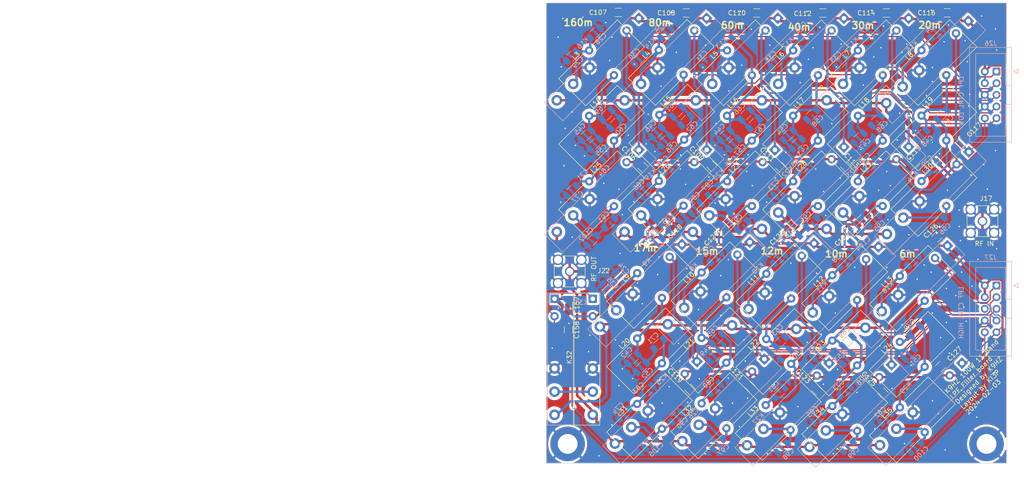
<source format=kicad_pcb>
(kicad_pcb (version 20221018) (generator pcbnew)
  (layers (0 "F.Cu" signal) (1 "In1.Cu" signal) (2 "In2.Cu" signal) (31 "B.Cu" signal) (34 "B.Paste" user) (35 "F.Paste" user) (36 "B.SilkS" user "B.Silkscreen") (37 "F.SilkS" user "F.Silkscreen") (38 "B.Mask" user) (39 "F.Mask" user) (44 "Edge.Cuts" user))
  (net 0 "")
  (net 1 "GND")
  (net 2 "+12V")
  (net 3 "/RF27")
  (net 4 "/RF15")
  (net 5 "/RF7")
  (net 6 "/RF19")
  (net 7 "/RF2")
  (net 8 "/RF11")
  (net 9 "/RF23")
  (net 10 "/RF31")
  (net 11 "/RF35")
  (net 12 "/RF39")
  (net 13 "/RF43")
  (net 14 "/RF12")
  (net 15 "/RF40")
  (net 16 "/RF28")
  (net 17 "/RF16")
  (net 18 "/RF3")
  (net 19 "/RF8")
  (net 20 "/RF20")
  (net 21 "/RF24")
  (net 22 "/RF32")
  (net 23 "/RF36")
  (net 24 "/RF44")
  (net 25 "/RF17")
  (net 26 "/RF4")
  (net 27 "/RF9")
  (net 28 "/RF37")
  (net 29 "/RF25")
  (net 30 "/RF33")
  (net 31 "/RF13")
  (net 32 "/RF21")
  (net 33 "/RF41")
  (net 34 "/RF45")
  (net 35 "/RF29")
  (net 36 "/RF30")
  (net 37 "/RF5")
  (net 38 "/RF10")
  (net 39 "/RF14")
  (net 40 "/RF18")
  (net 41 "/RF22")
  (net 42 "/RF26")
  (net 43 "/RF34")
  (net 44 "/RF38")
  (net 45 "/RF42")
  (net 46 "/RF46")
  (net 47 "/RF1")
  (net 48 "/RF6")
  (net 49 "/RF47")
  (net 50 "/B160M")
  (net 51 "/B80M")
  (net 52 "/B60M")
  (net 53 "/B40M")
  (net 54 "/B30M")
  (net 55 "/B20M")
  (net 56 "/B17M")
  (net 57 "/B15M")
  (net 58 "/B12M")
  (net 59 "/B10M")
  (net 60 "/B6M")
  (net 61 "/BNF")
  (footprint "T41_Library:T68-6-toroid-vertical" (layer "F.Cu") (at 188.090393 129.72508 45)
    (fp_text reference "L31")
    (fp_text value "0.519uH")
  )
  (footprint "Capacitor_SMD:C_1206_3216Metric" (layer "F.Cu") (at 253.991271 121.626612 45)
    (fp_text reference "C127")
    (fp_text value "0.1uF 50V")
  )
  (footprint "Capacitor_SMD:C_1206_3216Metric" (layer "F.Cu") (at 204.362165 78.104906 -45)
    (fp_text reference "C109")
    (fp_text value "0.1uF 50V")
  )
  (footprint "Capacitor_SMD:C_1206_3216Metric" (layer "F.Cu") (at 212.589271 125.944612 -45)
    (fp_text reference "C121")
    (fp_text value "0.1uF 50V")
  )
  (footprint "Capacitor_SMD:C_1206_3216Metric" (layer "F.Cu") (at 207.763271 90.384612 45)
    (fp_text reference "C120")
    (fp_text value "0.1uF 50V")
  )
  (footprint "T41_Library:T68-6-toroid-vertical" (layer "F.Cu") (at 202.090755 115.361769 45)
    (fp_text reference "L21")
    (fp_text value "0.406uH")
  )
  (footprint "Capacitor_SMD:C_1206_3216Metric" (layer "F.Cu") (at 189.357 78.331923 -45)
    (fp_text reference "C106")
    (fp_text value "0.1uF 50V")
  )
  (footprint "MountingHole:MountingHole_4.3mm_M4_DIN965_Pad" (layer "F.Cu") (at 263.993909 138.402923)
    (fp_text reference "H6" hide)
    (fp_text value "~" hide)
  )
  (footprint "Capacitor_SMD:C_1206_3216Metric" (layer "F.Cu") (at 219.289909 78.331923 -45)
    (fp_text reference "C111")
    (fp_text value "0.1uF 50V")
  )
  (footprint "MountingHole:MountingHole_4.3mm_M4_DIN965_Pad" (layer "F.Cu") (at 172.993909 138.402923)
    (fp_text reference "H5" hide)
    (fp_text value "~")
  )
  (footprint "T41_Library:T68-6-toroid-vertical" (layer "F.Cu") (at 245.170832 130.474769 45)
    (fp_text reference "L35")
    (fp_text value "0.188uH")
  )
  (footprint "Capacitor_SMD:C_1206_3216Metric" (layer "F.Cu") (at 258.221564 73.247633 45)
    (fp_text reference "C117")
    (fp_text value "0.1uF 50V")
  )
  (footprint "Capacitor_SMD:C_1206_3216Metric" (layer "F.Cu") (at 221.829909 90.650923 45)
    (fp_text reference "C122")
    (fp_text value "0.1uF 50V")
  )
  (footprint "Capacitor_SMD:C_1206_3216Metric" (layer "F.Cu") (at 233.435909 78.104906 -45)
    (fp_text reference "C113")
    (fp_text value "0.1uF 50V")
  )
  (footprint "T41_Library:T68-6-toroid-vertical" (layer "F.Cu") (at 230.496177 115.957475 45)
    (fp_text reference "L23")
    (fp_text value "0.305uH")
  )
  (footprint "T41_Library:T68-6-toroid-vertical" (layer "F.Cu") (at 221.983986 81.352846 45)
    (fp_text reference "L28")
    (fp_text value "1.34uH")
  )
  (footprint "Capacitor_SMD:C_1206_3216Metric" (layer "F.Cu") (at 199.577926 126.56494 -45)
    (fp_text reference "C119")
    (fp_text value "0.1uF 50V")
  )
  (footprint "T41_Library:T68-6-toroid-vertical" (layer "F.Cu") (at 207.632986 81.352846 45)
    (fp_text reference "L27")
    (fp_text value "1.76uH")
  )
  (footprint "Connector_Coaxial:SMA_Amphenol_901-144_Vertical" (layer "F.Cu") (at 173.442909 100.937923)
    (fp_text reference "J22")
    (fp_text value "RF interconnect")
  )
  (footprint "Capacitor_SMD:C_1206_3216Metric" (layer "F.Cu") (at 194.016909 90.523923 45)
    (fp_text reference "C118")
    (fp_text value "0.1uF 50V")
  )
  (footprint "T41_Library:T68-6-toroid-vertical" (layer "F.Cu") (at 177.673 81.379923 45)
    (fp_text reference "L25")
    (fp_text value "5.21uH")
  )
  (footprint "Capacitor_SMD:C_1206_3216Metric" (layer "F.Cu") (at 228.433909 44.803923 180)
    (fp_text reference "C112")
    (fp_text value "0.1uF 50V")
  )
  (footprint "T41_Library:T68-6-toroid-vertical" (layer "F.Cu") (at 207.620909 67.128846 45)
    (fp_text reference "L16")
    (fp_text value "1.60uH")
  )
  (footprint "Capacitor_SMD:C_1206_3216Metric" (layer "F.Cu") (at 248.35 77.45 45)
    (fp_text reference "C115")
    (fp_text value "0.1uF 50V")
  )
  (footprint "T41_Library:T68-6-toroid-vertical" (layer "F.Cu") (at 192.805259 52.832 45)
    (fp_text reference "L4")
    (fp_text value "2.68uH")
  )
  (footprint "Connector_Coaxial:SMA_Amphenol_901-144_Vertical" (layer "F.Cu") (at 263.104909 90.015923)
    (fp_text reference "J17")
    (fp_text value "RF interconnect")
  )
  (footprint "T41_Library:T68-6-toroid-vertical" (layer "F.Cu") (at 236.050624 52.931923 45)
    (fp_text reference "L7")
    (fp_text value "0.928uH")
  )
  (footprint "Capacitor_SMD:C_1206_3216Metric" (layer "F.Cu") (at 184.023 44.676923 180)
    (fp_text reference "C107")
    (fp_text value "0.1uF 50V")
  )
  (footprint "Capacitor_SMD:C_1206_3216Metric" (layer "F.Cu") (at 173.188909 113.637923 90)
    (fp_text reference "C158")
    (fp_text value "0.1uF 50V")
  )
  (footprint "T41_Library:T68-6-toroid-vertical" (layer "F.Cu") (at 177.673 52.931923 45)
    (fp_text reference "L3")
    (fp_text value "5.21uH")
  )
  (footprint "T41_Library:Relay_SPDT_HF41F12-ZS" (layer "F.Cu") (at 178.4604 106.8908 -90)
    (fp_text reference "K32")
    (fp_text value "HF41F/12-ZS")
  )
  (footprint "T41_Library:T68-6-toroid-vertical" (layer "F.Cu") (at 236.050624 67.128846 45)
    (fp_text reference "L18")
    (fp_text value "0.843uH")
  )
  (footprint "T41_Library:T68-6-toroid-vertical" (layer "F.Cu") (at 207.632986 52.931923 45)
    (fp_text reference "L5")
    (fp_text value "1.76uH")
  )
  (footprint "T41_Library:T68-6-toroid-vertical" (layer "F.Cu") (at 230.496177 101.760552 45)
    (fp_text reference "L12")
    (fp_text value "0.335uH")
  )
  (footprint "Capacitor_SMD:C_1206_3216Metric" (layer "F.Cu") (at 227.163909 126.718923 -45)
    (fp_text reference "C123")
    (fp_text value "0.1uF 50V")
  )
  (footprint "T41_Library:T68-6-toroid-vertical" (layer "F.Cu") (at 192.920182 66.929 45)
    (fp_text reference "L15")
    (fp_text value "2.43uH")
  )
  (footprint "T41_Library:T68-6-toroid-vertical" (layer "F.Cu") (at 202.102832 101.164846 45)
    (fp_text reference "L10")
    (fp_text value "0.447uH")
  )
  (footprint "Capacitor_SMD:C_1206_3216Metric" (layer "F.Cu") (at 214.082909 44.803923 180)
    (fp_text reference "C110")
    (fp_text value "0.1uF 50V")
  )
  (footprint "T41_Library:T68-6-toroid-vertical" (layer "F.Cu") (at 245.158755 116.250769 45)
    (fp_text reference "L24")
    (fp_text value "0.170uH")
  )
  (footprint "Capacitor_SMD:C_1206_3216Metric" (layer "F.Cu") (at 198.747182 44.803923 180)
    (fp_text reference "C108")
    (fp_text value "0.1uF 50V")
  )
  (footprint "T41_Library:T68-6-toroid-vertical" (layer "F.Cu") (at 188.10247 101.304157 45)
    (fp_text reference "L9")
    (fp_text value "0.519uH")
  )
  (footprint "T41_Library:T68-6-toroid-vertical" (layer "F.Cu") (at 177.673 67.148 45)
    (fp_text reference "L14")
    (fp_text value "4.73uH")
  )
  (footprint "T41_Library:T68-6-toroid-vertical" (layer "F.Cu") (at 230.496177 130.181475 45)
    (fp_text reference "L34")
    (fp_text value "0.335uH")
  )
  (footprint "Capacitor_SMD:C_1206_3216Metric" (layer "F.Cu") (at 173.188909 108.303923 -90)
    (fp_text reference "C157")
    (fp_text value "0.1uF 50V")
  )
  (footprint "Capacitor_SMD:C_1206_3216Metric" (layer "F.Cu") (at 255.454547 44.77265 180)
    (fp_text reference "C116")
    (fp_text value "0.1uF 50V")
  )
  (footprint "T41_Library:T68-6-toroid-vertical" (layer "F.Cu") (at 249.866547 52.90065 45)
    (fp_text reference "L8")
    (fp_text value "0.670uH")
  )
  (footprint "T41_Library:T68-6-toroid-vertical" (layer "F.Cu") (at 249.866547 81.321573 45)
    (fp_text reference "L30")
    (fp_text value "0.670uH")
  )
  (footprint "Capacitor_SMD:C_1206_3216Metric" (layer "F.Cu") (at 253.229271 93.432612 45)
    (fp_text reference "C126")
    (fp_text value "0.1uF 50V")
  )
  (footprint "Capacitor_SMD:C_1206_3216Metric" (layer "F.Cu") (at 236.930599 89.683335 45)
    (fp_text reference "C124")
    (fp_text value "0.1uF 50V")
  )
  (footprint "T41_Library:T68-6-toroid-vertical" (layer "F.Cu") (at 221.983986 52.931923 45)
    (fp_text reference "L6")
    (fp_text value "1.34uH")
  )
  (footprint "T41_Library:T68-6-toroid-vertical" (layer "F.Cu") (at 216.030393 129.97908 45)
    (fp_text reference "L33")
    (fp_text value "0.337uH")
  )
  (footprint "T41_Library:T68-6-toroid-vertical" (layer "F.Cu") (at 216.16947 101.431157 45)
    (fp_text reference "L11")
    (fp_text value "0.337uH")
  )
  (footprint "T41_Library:T68-6-toroid-vertical" (layer "F.Cu") (at 221.971909 67.128846 45)
    (fp_text reference "L17")
    (fp_text value "1.22uH")
  )
  (footprint "T41_Library:T68-6-toroid-vertical" (layer "F.Cu") (at 188.10247 115.50108 45)
    (fp_text reference "L20")
    (fp_text value "0.471uH")
  )
  (footprint "Capacitor_SMD:C_1206_3216Metric" (layer "F.Cu") (at 241.475616 127.302318 -45)
    (fp_text reference "C125")
    (fp_text value "0.1uF 50V")
  )
  (footprint "T41_Library:T68-6-toroid-vertical" (layer "F.Cu") (at 192.805259 81.28 45)
    (fp_text reference "L26")
    (fp_text value "2.68uH")
  )
  (footprint "T41_Library:T68-6-toroid-vertical" (layer "F.Cu") (at 249.866547 67.097573 45)
    (fp_text reference "L19")
    (fp_text value "0.608uH")
  )
  (footprint "T41_Library:T68-6-toroid-vertical" (layer "F.Cu") (at 236.038547 81.352846 45)
    (fp_text reference "L29")
    (fp_text value "0.928uH")
  )
  (footprint "T41_Library:T68-6-toroid-vertical" (layer "F.Cu") (at 202.105923 129.605923 45)
    (fp_text reference "L32")
    (fp_text value "0.447uH")
  )
  (footprint "Capacitor_SMD:C_1206_3216Metric" (layer "F.Cu") (at 242.246547 44.803923 180)
    (fp_text reference "C114")
    (fp_text value "0.1uF 50V")
  )
  (footprint "T41_Library:T68-6-toroid-vertical" (layer "F.Cu") (at 245.170832 101.926846 45)
    (fp_text reference "L13")
    (fp_text value "0.188uH")
  )
  (footprint "T41_Library:T68-6-toroid-vertical" (layer "F.Cu") (at 216.157393 115.62808 45)
    (fp_text reference "L22")
    (fp_text value "0.342uH")
  )
  (footprint "Capacitor_SMD:C_1206_3216Metric" (layer "B.Cu") (at 200.874909 87.221923 45)
    (fp_text reference "C89")
    (fp_text value "470pF 100V")
  )
  (footprint "Capacitor_SMD:C_1206_3216Metric" (layer "B.Cu") (at 178.943 49.121923 -135)
    (fp_text reference "C28")
    (fp_text value "150pF 100V")
  )
  (footprint "T41_Library:Relay_SPDT_HF41F12-ZS" (layer "B.Cu") (at 229.800547 120.889234 -135)
    (fp_text reference "K27")
    (fp_text value "HF41F/12-ZS")
  )
  (footprint "Capacitor_SMD:C_1206_3216Metric" (layer "B.Cu") (at 227.475254 118.678629 45)
    (fp_text reference "C41")
    (fp_text value "82pF 100V")
  )
  (footprint "Capacitor_SMD:C_1206_3216Metric" (layer "B.Cu") (at 185.223547 131.938234 45)
    (fp_text reference "C74")
    (fp_text value "100pF 100V")
  )
  (footprint "T41_Library:Relay_SPDT_HF41F12-ZS" (layer "B.Cu") (at 215.733909 119.987923 -135)
    (fp_text reference "K26")
    (fp_text value "HF41F/12-ZS")
  )
  (footprint "Capacitor_SMD:C_1206_3216Metric" (layer "B.Cu") (at 218.821 98.171 -135)
    (fp_text reference "C37")
    (fp_text value "120pF 100V")
  )
  (footprint "Capacitor_SMD:C_1206_3216Metric" (layer "B.Cu") (at 205.573909 138.402923 45)
    (fp_text reference "C97")
    (fp_text value "150pF 100V")
  )
  (footprint "T41_Library:Relay_SPDT_HF41F12-ZS" (layer "B.Cu") (at 243.350254 121.218629 -135)
    (fp_text reference "K28")
    (fp_text value "HF41F/12-ZS")
  )
  (footprint "Capacitor_SMD:C_1206_3216Metric" (layer "B.Cu") (at 209.129909 73.251923 45)
    (fp_text reference "C57")
    (fp_text value "56pF 100V")
  )
  (footprint "Capacitor_SMD:C_1206_3216Metric" (layer "B.Cu") (at 220.940909 71.346923 45)
    (fp_text reference "C54")
    (fp_text value "330pF 100V")
  )
  (footprint "Capacitor_SMD:C_1206_3216Metric" (layer "B.Cu") (at 219.640547 139.304234 45)
    (fp_text reference "C98")
    (fp_text value "120pF 100V")
  )
  (footprint "Capacitor_SMD:C_1206_3216Metric" (layer "B.Cu") (at 190.303547 126.858234 -135)
    (fp_text reference "C83")
    (fp_text value "150pF 100V")
  )
  (footprint "Capacitor_SMD:C_1206_3216Metric" (layer "B.Cu") (at 213.574909 68.806923 -135)
    (fp_text reference "C67")
    (fp_text value "60pF 100V")
  )
  (footprint "T41_Library:Relay_SPDT_HF41F12-ZS" (layer "B.Cu") (at 247.072547 45.946923 -135)
    (fp_text reference "K17")
    (fp_text value "HF41F/12-ZS")
  )
  (footprint "T41_Library:Relay_SPDT_HF41F12-ZS" (layer "B.Cu") (at 188.468 45.946923 -135)
    (fp_text reference "K16")
    (fp_text value "HF41F/12-ZS")
  )
  (footprint "Capacitor_SMD:C_1206_3216Metric" (layer "B.Cu") (at 198.747182 68.171923 -135)
    (fp_text reference "C62")
    (fp_text value "47pF 100V")
  )
  (footprint "T41_Library:Relay_SPDT_HF41F12-ZS" (layer "B.Cu") (at 260.159411 74.992786 -135)
    (fp_text reference "K24")
    (fp_text value "HF41F/12-ZS")
  )
  (footprint "Capacitor_SMD:C_1206_3216Metric" (layer "B.Cu") (at 181.483 104.7242 -45)
    (fp_text reference "C35")
    (fp_text value "82pF 100V")
  )
  (footprint "Connector_IDC:IDC-Header_2x05_P2.54mm_Vertical" (layer "B.Cu") (at 266.152909 103.985923 180)
    (fp_text reference "J27")
    (fp_text value "LPF CTRL HI")
  )
  (footprint "Capacitor_SMD:C_1206_3216Metric" (layer "B.Cu") (at 178.943 73.251923 45)
    (fp_text reference "C55")
    (fp_text value "330pF 100V")
  )
  (footprint "Capacitor_SMD:C_1206_3216Metric" (layer "B.Cu") (at 227.475254 132.648629 45)
    (fp_text reference "C85")
    (fp_text value "82pF 100V")
  )
  (footprint "Capacitor_SMD:C_1206_3216Metric" (layer "B.Cu") (at 236.277547 71.981923 45)
    (fp_text reference "C47")
    (fp_text value "470pF 100V")
  )
  (footprint "Capacitor_SMD:C_1206_3216Metric" (layer "B.Cu") (at 182.118 90.396923 -135)
    (fp_text reference "C91")
    (fp_text value "1500pF 100V")
  )
  (footprint "Capacitor_SMD:C_1206_3216Metric" (layer "B.Cu") (at 204.938909 126.337923 -135)
    (fp_text reference "C80")
    (fp_text value "220pF 100V")
  )
  (footprint "Capacitor_SMD:C_1206_3216Metric" (layer "B.Cu") (at 204.684909 83.411923 45)
    (fp_text reference "C87")
    (fp_text value "330pF 100V")
  )
  (footprint "T41_Library:Relay_SPDT_HF41F12-ZS" (layer "B.Cu") (at 233.005909 73.886923 -135)
    (fp_text reference "K22")
    (fp_text value "HF41F/12-ZS")
  )
  (footprint "Capacitor_SMD:C_1206_3216Metric" (layer "B.Cu") (at 222.845909 73.251923 45)
    (fp_text reference "C43")
    (fp_text value "330pF 100V")
  )
  (footprint "T41_Library:Relay_SPDT_HF41F12-ZS" (layer "B.Cu") (at 258.659909 120.853468 -135)
    (fp_text reference "K29")
    (fp_text value "HF41F/12-ZS")
  )
  (footprint "Capacitor_SMD:C_1206_3216Metric" (layer "B.Cu") (at 219.035909 83.411923 45)
    (fp_text reference "C73")
    (fp_text value "330pF 100V")
  )
  (footprint "Capacitor_SMD:C_1206_3216Metric" (layer "B.Cu") (at 192.843547 116.698234 -135)
    (fp_text reference "C71")
    (fp_text value "39pF 100V")
  )
  (footprint "Capacitor_SMD:C_1206_3216Metric" (layer "B.Cu") (at 233.825254 119.948629 45)
    (fp_text reference "C53")
    (fp_text value "82pF 100V")
  )
  (footprint "Capacitor_SMD:C_1206_3216Metric" (layer "B.Cu") (at 183.388 68.806923 -135)
    (fp_text reference "C60")
    (fp_text value "47pF 100V")
  )
  (footprint "T41_Library:Relay_SPDT_HF41F12-ZS" (layer "B.Cu") (at 188.468 74.521923 -135)
    (fp_text reference "K21")
    (fp_text value "HF41F/12-ZS")
  )
  (footprint "Capacitor_SMD:C_1206_3216Metric" (layer "B.Cu") (at 188.587182 54.836923 45)
    (fp_text reference "C30")
    (fp_text value "470pF 100V")
  )
  (footprint "Capacitor_SMD:C_1206_3216Metric" (layer "B.Cu") (at 247.229909 118.844923 45)
    (fp_text reference "C51")
    (fp_text value "91pF 100V")
  )
  (footprint "Connector_IDC:IDC-Header_2x05_P2.54mm_Vertical" (layer "B.Cu") (at 266.152909 57.503923 180)
    (fp_text reference "J26")
    (fp_text value "LPF CTRL LOW")
  )
  (footprint "Capacitor_SMD:C_1206_3216Metric" (layer "B.Cu") (at 233.190254 126.933629 -135)
    (fp_text reference "C72")
    (fp_text value "82pF 100V")
  )
  (footprint "Capacitor_SMD:C_1206_3216Metric" (layer "B.Cu") (at 178.308 94.206923 45)
    (fp_text reference "C102")
    (fp_text value "150pF 100V")
  )
  (footprint "Capacitor_SMD:C_1206_3216Metric" (layer "B.Cu") (at 254.311547 66.87065 45)
    (fp_text reference "C64")
    (fp_text value "47pF 100V")
  )
  (footprint "T41_Library:Relay_SPDT_HF41F12-ZS" (layer "B.Cu") (at 226.528909 94.841923 -135)
    (fp_text reference "K10")
    (fp_text value "HF41F/12-ZS")
  )
  (footprint "Capacitor_SMD:C_1206_3216Metric" (layer "B.Cu") (at 205.477271 115.530612 -135)
    (fp_text reference "C65")
    (fp_text value "33pF 100V")
  )
  (footprint "Capacitor_SMD:C_1206_3216Metric" (layer "B.Cu") (at 248.499909 113.764923 -135)
    (fp_text reference "C70")
    (fp_text value "14pF 100V")
  )
  (footprint "Capacitor_SMD:C_1206_3216Metric" (layer "B.Cu") (at 232.467547 55.471923 45)
    (fp_text reference "C33")
    (fp_text value "150pF 100V")
  )
  (footprint "Capacitor_SMD:C_1206_3216Metric" (layer "B.Cu") (at 205.0542 97.8154 -135)
    (fp_text reference "C36")
    (fp_text value "150pF 100V")
  )
  (footprint "T41_Library:Relay_SPDT_HF41F12-ZS" (layer "B.Cu") (at 218.019909 74.521923 -135)
    (fp_text reference "K20")
    (fp_text value "HF41F/12-ZS")
  )
  (footprint "Capacitor_SMD:C_1206_3216Metric" (layer "B.Cu") (at 173.863 54.201923 45)
    (fp_text reference "C29")
    (fp_text value "1500pF 100V")
  )
  (footprint "Capacitor_SMD:C_1206_3216Metric" (layer "B.Cu") (at 220.275547 118.984234 45)
    (fp_text reference "C50")
    (fp_text value "180pF 100V")
  )
  (footprint "Capacitor_SMD:C_1206_3216Metric" (layer "B.Cu") (at 249.866547 71.31565 45)
    (fp_text reference "C48")
    (fp_text value "330pF 100V")
  )
  (footprint "T41_Library:Relay_SPDT_HF41F12-ZS" (layer "B.Cu") (at 170.1546 106.8908 -90)
    (fp_text reference "K33")
    (fp_text value "HF41F/12-ZS")
  )
  (footprint "Capacitor_SMD:C_1206_3216Metric" (layer "B.Cu") (at 209.764909 78.331923 -135)
    (fp_text reference "C75")
    (fp_text value "56pF 100V")
  )
  (footprint "Capacitor_SMD:C_1206_3216Metric" (layer "B.Cu") (at 209.764909 49.121923 -135)
    (fp_text reference "C40")
    (fp_text value "470pF 100V")
  )
  (footprint "Capacitor_SMD:C_1206_3216Metric" (layer "B.Cu") (at 226.020909 66.901923 45)
    (fp_text reference "C58")
    (fp_text value "100pF 100V")
  )
  (footprint "Capacitor_SMD:C_1206_3216Metric" (layer "B.Cu") (at 196.653547 132.573234 -135)
    (fp_text reference "C90")
    (fp_text value "82pF 100V")
  )
  (footprint "Capacitor_SMD:C_1206_3216Metric" (layer "B.Cu") (at 218.400909 55.471923 45)
    (fp_text reference "C32")
    (fp_text value "100pF 100V")
  )
  (footprint "T41_Library:Relay_SPDT_HF41F12-ZS" (layer "B.Cu") (at 240.498909 95.603923 -135)
    (fp_text reference "K11")
    (fp_text value "HF41F/12-ZS")
  )
  (footprint "Capacitor_SMD:C_1206_3216Metric" (layer "B.Cu") (at 238.817547 49.121923 -135)
    (fp_text reference "C27")
    (fp_text value "150pF 100V")
  )
  (footprint "Capacitor_SMD:C_1206_3216Metric" (layer "B.Cu") (at 207.224909 71.346923 45)
    (fp_text reference "C44")
    (fp_text value "330pF 100V")
  )
  (footprint "Capacitor_SMD:C_1206_3216Metric" (layer "B.Cu") (at 194.302182 72.616923 45)
    (fp_text reference "C56")
    (fp_text value "100pF 100V")
  )
  (footprint "Capacitor_SMD:C_1206_3216Metric" (layer "B.Cu") (at 224.750909 49.121923 -135)
    (fp_text reference "C25")
    (fp_text value "330pF 100V")
  )
  (footprint "Capacitor_SMD:C_1206_3216Metric" (layer "B.Cu") (at 253.676547 90.36565 45)
    (fp_text reference "C96")
    (fp_text value "220pF 100V")
  )
  (footprint "Capacitor_SMD:C_1206_3216Metric" (layer "B.Cu") (at 211.669909 66.901923 -135)
    (fp_text reference "C66")
    (fp_text value "68pF 100V")
  )
  (footprint "Capacitor_SMD:C_1206_3216Metric" (layer "B.Cu") (at 219.232564 116.217217 -135)
    (fp_text reference "C63")
    (fp_text value "27pF 100V")
  )
  (footprint "Capacitor_SMD:C_1206_3216Metric" (layer "B.Cu") (at 181.483 66.901923 -135)
    (fp_text reference "C59")
    (fp_text value "330pF 100V")
  )
  (footprint "Capacitor_SMD:C_1206_3216Metric" (layer "B.Cu") (at 239.452547 89.761923 -135)
    (fp_text reference "C95")
    (fp_text value "150pF 100V")
  )
  (footprint "T41_Library:Relay_SPDT_HF41F12-ZS" (layer "B.Cu") (at 203.192182 45.946923 -135)
    (fp_text reference "K14")
    (fp_text value "HF41F/12-ZS")
  )
  (footprint "Capacitor_SMD:C_1206_3216Metric" (layer "B.Cu") (at 179.578 77.696923 -135)
    (fp_text reference "C84")
    (fp_text value "2200pF 100V")
  )
  (footprint "Capacitor_SMD:C_1206_3216Metric" (layer "B.Cu") (at 242.149909 132.814923 45)
    (fp_text reference "C82")
    (fp_text value "91pF 100V")
  )
  (footprint "T41_Library:Relay_SPDT_HF41F12-ZS" (layer "B.Cu") (at 218.654909 45.946923 -135)
    (fp_text reference "K13")
    (fp_text value "HF41F/12-ZS")
  )
  (footprint "Capacitor_SMD:C_1206_3216Metric" (layer "B.Cu") (at 190.938547 138.288234 45)
    (fp_text reference "C105")
    (fp_text value "82pF 100V")
  )
  (footprint "Capacitor_SMD:C_1206_3216Metric" (layer "B.Cu") (at 222.210909 94.206923 45)
    (fp_text reference "C103")
    (fp_text value "330pF 100V")
  )
  (footprint "Capacitor_SMD:C_1206_3216Metric" (layer "B.Cu") (at 233.825254 138.998629 45)
    (fp_text reference "C99")
    (fp_text value "100pF 100V")
  )
  (footprint "Capacitor_SMD:C_1206_3216Metric" (layer "B.Cu") (at 189.857182 83.411923 45)
    (fp_text reference "C86")
    (fp_text value "1200pF 100V")
  )
  (footprint "T41_Library:Relay_SPDT_HF41F12-ZS" (layer "B.Cu") (at 247.072547 73.886923 -135)
    (fp_text reference "K23")
    (fp_text value "HF41F/12-ZS")
  )
  (footprint "Capacitor_SMD:C_1206_3216Metric" (layer "B.Cu") (at 189.033547 121.778234 45)
    (fp_text reference "C52")
    (fp_text value "100pF 100V")
  )
  (footprint "Capacitor_SMD:C_1206_3216Metric" (layer "B.Cu") (at 184.404 102.108 -45)
    (fp_text reference "C24")
    (fp_text value "82pF 100V")
  )
  (footprint "T41_Library:Relay_SPDT_HF41F12-ZS" (layer "B.Cu") (at 255.484909 95.349923 -135)
    (fp_text reference "K18")
    (fp_text value "HF41F/12-ZS")
  )
  (footprint "Capacitor_SMD:C_1206_3216Metric" (layer "B.Cu") (at 233.825254 116.138629 -135)
    (fp_text reference "C69")
    (fp_text value "27pF 100V")
  )
  (footprint "T41_Library:Relay_SPDT_HF41F12-ZS" (layer "B.Cu") (at 260.026547 46.55065 -135)
    (fp_text reference "K15")
    (fp_text value "HF41F/12-ZS")
  )
  (footprint "Capacitor_SMD:C_1206_3216Metric" (layer "B.Cu") (at 240.087547 68.171923 45)
    (fp_text reference "C68")
    (fp_text value "68pF 100V")
  )
  (footprint "Capacitor_SMD:C_1206_3216Metric" (layer "B.Cu") (at 187.128547 119.873234 45)
    (fp_text reference "C42")
    (fp_text value "150pF 100V")
  )
  (footprint "Capacitor_SMD:C_1206_3216Metric" (layer "B.Cu") (at 196.842182 66.266923 -135)
    (fp_text reference "C61")
    (fp_text value "150pF 100V")
  )
  (footprint "Capacitor_SMD:C_1206_3216Metric" (layer "B.Cu") (at 238.817547 77.696923 -135)
    (fp_text reference "C78")
    (fp_text value "470pF 100V")
  )
  (footprint "Capacitor_SMD:C_1206_3216Metric" (layer "B.Cu") (at 226.020909 90.396923 -135)
    (fp_text reference "C94")
    (fp_text value "100pF 100V")
  )
  (footprint "Capacitor_SMD:C_1206_3216Metric" (layer "B.Cu") (at 194.302182 49.121923 -135)
    (fp_text reference "C26")
    (fp_text value "390pF 100V")
  )
  (footprint "Capacitor_SMD:C_1206_3216Metric" (layer "B.Cu") (at 192.397182 70.711923 45)
    (fp_text reference "C46")
    (fp_text value "1200pF 100V")
  )
  (footprint "Capacitor_SMD:C_1206_3216Metric" (layer "B.Cu") (at 219.005547 127.239234 -135)
    (fp_text reference "C81")
    (fp_text value "180pF 100V")
  )
  (footprint "Capacitor_SMD:C_1206_3216Metric" (layer "B.Cu") (at 211.034909 91.031923 -135)
    (fp_text reference "C93")
    (fp_text value "560pF 100V")
  )
  (footprint "Capacitor_SMD:C_1206_3216Metric" (layer "B.Cu") (at 233.172 98.8314 -135)
    (fp_text reference "C38")
    (fp_text value "100pF 100V")
  )
  (footprint "Capacitor_SMD:C_1206_3216Metric" (layer "B.Cu") (at 173.863 83.411923 45)
    (fp_text reference "C77")
    (fp_text value "330pF 100V")
  )
  (footprint "Capacitor_SMD:C_1206_3216Metric" (layer "B.Cu") (at 252.406547 78.30065 -135)
    (fp_text reference "C79")
    (fp_text value "330pF 100V")
  )
  (footprint "Capacitor_SMD:C_1206_3216Metric" (layer "B.Cu") (at 194.937182 78.331923 -135)
    (fp_text reference "C76")
    (fp_text value "100pF 100V")
  )
  (footprint "T41_Library:Relay_SPDT_HF41F12-ZS" (layer "B.Cu") (at 203.192182 74.521923 -135)
    (fp_text reference "K19")
    (fp_text value "HF41F/12-ZS")
  )
  (footprint "Capacitor_SMD:C_1206_3216Metric" (layer "B.Cu") (at 177.038 71.346923 45)
    (fp_text reference "C45")
    (fp_text value "2200pF 100V")
  )
  (footprint "Capacitor_SMD:C_1206_3216Metric" (layer "B.Cu") (at 248.499909 139.164923 45)
    (fp_text reference "C100")
    (fp_text value "60pF 100V")
  )
  (footprint "Capacitor_SMD:C_1206_3216Metric" (layer "B.Cu") (at 235.642547 93.571923 45)
    (fp_text reference "C104")
    (fp_text value "150pF 100V")
  )
  (footprint "T41_Library:Relay_SPDT_HF41F12-ZS" (layer "B.Cu") (at 201.098547 120.508234 -135)
    (fp_text reference "K25")
    (fp_text value "HF41F/12-ZS")
  )
  (footprint "Capacitor_SMD:C_1206_3216Metric" (layer "B.Cu") (at 196.207182 91.031923 -135)
    (fp_text reference "C92")
    (fp_text value "470pF 100V")
  )
  (footprint "Capacitor_SMD:C_1206_3216Metric" (layer "B.Cu") (at 253.041547 49.09065 -135)
    (fp_text reference "C34")
    (fp_text value "220pF 100V")
  )
  (footprint "T41_Library:Relay_SPDT_HF41F12-ZS" (layer "B.Cu") (at 212.558909 94.587923 -135)
    (fp_text reference "K8")
    (fp_text value "HF41F/12-ZS")
  )
  (footprint "Capacitor_SMD:C_1206_3216Metric" (layer "B.Cu") (at 204.938909 119.352923 45)
    (fp_text reference "C49")
    (fp_text value "220pF 100V")
  )
  (footprint "T41_Library:Relay_SPDT_HF41F12-ZS" (layer "B.Cu") (at 197.826909 95.095923 -135)
    (fp_text reference "K9")
    (fp_text value "HF41F/12-ZS")
  )
  (footprint "Capacitor_SMD:C_1206_3216Metric" (layer "B.Cu") (at 224.115909 78.331923 -135)
    (fp_text reference "C88")
    (fp_text value "330pF 100V")
  )
  (footprint "Capacitor_SMD:C_1206_3216Metric" (layer "B.Cu") (at 203.414909 55.471923 45)
    (fp_text reference "C31")
    (fp_text value "560pF 100V")
  )
  (footprint "Capacitor_SMD:C_1206_3216Metric" (layer "B.Cu") (at 247.9548 98.6028 -135)
    (fp_text reference "C39")
    (fp_text value "60pF 100V")
  )
  (footprint "T41_Library:Relay_SPDT_HF41F12-ZS" (layer "B.Cu") (at 233.005909 45.946923 -135)
    (fp_text reference "K12")
    (fp_text value "HF41F/12-ZS")
  )
  (footprint "Capacitor_SMD:C_1206_3216Metric" (layer "B.Cu") (at 192.397182 94.841923 45)
    (fp_text reference "C101")
    (fp_text value "390pF 100V")
  )
  (gr_rect (start 168.383909 42.606923) (end 268.383909 142.606923) (stroke (width 0.1)) (fill none) (layer "Edge.Cuts"))
  (gr_text "LPF CTRL LOW" (at 259.08 58.42 90) (layer "B.SilkS") (effects (font (size 1 1)) (justify left bottom mirror)))
  (gr_text "LPF CTRL HIGH" (at 259.08 104.14 90) (layer "B.SilkS") (effects (font (size 1 1)) (justify left bottom mirror)))
  (gr_text "K9HZ 100W 11 Band \nLPF Filter board\nDesigned by K9HZ\nLayout by KI3P\n2024-02-03" (at 260.05 132.25 45) (layer "F.SilkS") (effects (font (size 1 1)) (justify left bottom)))
  (gr_text "30m" (at 234.5 48.4) (layer "F.SilkS") (effects (font (size 1.5 1.5) (thickness 0.3) bold) (justify left bottom)))
  (gr_text "6m" (at 244.9 98) (layer "F.SilkS") (effects (font (size 1.5 1.5) (thickness 0.3) bold) (justify left bottom)))
  (gr_text "RF OUT" (at 179.284909 103.223923 90) (layer "F.SilkS") (effects (font (size 1 1)) (justify left bottom)))
  (gr_text "40m" (at 220.65 48.75) (layer "F.SilkS") (effects (font (size 1.5 1.5) (thickness 0.3) bold) (justify left bottom)))
  (gr_text "10m" (at 228.75 98) (layer "F.SilkS") (effects (font (size 1.5 1.5) (thickness 0.3) bold) (justify left bottom)))
  (gr_text "160m" (at 171.958 47.752) (layer "F.SilkS") (effects (font (size 1.5 1.5) (thickness 0.3) bold) (justify left bottom)))
  (gr_text "60m" (at 206.108986 48.359923) (layer "F.SilkS") (effects (font (size 1.5 1.5) (thickness 0.3) bold) (justify left bottom)))
  (gr_text "12m" (at 214.75 97.35) (layer "F.SilkS") (effects (font (size 1.5 1.5) (thickness 0.3) bold) (justify left bottom)))
  (gr_text "80m" (at 190.388063 47.779077) (layer "F.SilkS") (effects (font (size 1.5 1.5) (thickness 0.3) bold) (justify left bottom)))
  (gr_text "15m" (at 200.65 97.4) (layer "F.SilkS") (effects (font (size 1.5 1.5) (thickness 0.3) bold) (justify left bottom)))
  (gr_text "RF IN" (at 261.366 95.504) (layer "F.SilkS") (effects (font (size 1 1)) (justify left bottom)))
  (gr_text "17m" (at 187.2 96.7) (layer "F.SilkS") (effects (font (size 1.5 1.5) (thickness 0.3) bold) (justify left bottom)))
  (gr_text "20m" (at 249 48.3) (layer "F.SilkS") (effects (font (size 1.5 1.5) (thickness 0.3) bold) (justify left bottom)))
  (segment (start 173.188909 109.778923) (end 173.188909 112.162923) (width 0.25) (layer "F.Cu") (net 1))
  (via (at 240.538 83.312) (size 0.5) (drill 0.3) (layers "F.Cu" "B.Cu") (net 1))
  (via (at 210.82 56.134) (size 0.5) (drill 0.3) (layers "F.Cu" "B.Cu") (net 1))
  (via (at 253.492 131.826) (size 0.5) (drill 0.3) (layers "F.Cu" "B.Cu") (net 1))
  (via (at 241.3762 75.5396) (size 0.5) (drill 0.3) (layers "F.Cu" "B.Cu") (net 1))
  (via (at 216.4334 54.7624) (size 0.5) (drill 0.3) (layers "F.Cu" "B.Cu") (net 1))
  (via (at 229.0572 88.773) (size 0.5) (drill 0.3) (layers "F.Cu" "B.Cu") (net 1))
  (via (at 202.8698 140.5382) (size 0.5) (drill 0.3) (layers "F.Cu" "B.Cu") (net 1))
  (via (at 240.792 117.094) (size 0.5) (drill 0.3) (layers "F.Cu" "B.Cu") (net 1))
  (via (at 184.15 125.73) (size 0.5) (drill 0.3) (layers "F.Cu" "B.Cu") (net 1))
  (via (at 252.222 72.898) (size 0.5) (drill 0.3) (layers "F.Cu" "B.Cu") (net 1))
  (via (at 232.2322 80.6704) (size 0.5) (drill 0.3) (layers "F.Cu" "B.Cu") (net 1))
  (via (at 235.3818 100.0252) (size 0.5) (drill 0.3) (layers "F.Cu" "B.Cu") (net 1))
  (via (at 255.016 139.7) (size 0.5) (drill 0.3) (layers "F.Cu" "B.Cu") (net 1))
  (via (at 192.8622 97.8154) (size 0.5) (drill 0.3) (layers "F.Cu" "B.Cu") (net 1))
  (via (at 228.092 114.554) (size 0.5) (drill 0.3) (layers "F.Cu" "B.Cu") (net 1))
  (via (at 260.604 80.01) (size 0.5) (drill 0.3) (layers "F.Cu" "B.Cu") (net 1))
  (via (at 213.106 82.296) (size 0.5) (drill 0.3) (layers "F.Cu" "B.Cu") (net 1))
  (via (at 197.485 78.6892) (size 0.5) (drill 0.3) (layers "F.Cu" "B.Cu") (net 1))
  (via (at 258.572 126.746) (size 0.5) (drill 0.3) (layers "F.Cu" "B.Cu") (net 1))
  (via (at 243.078 82.296) (size 0.5) (drill 0.3) (layers "F.Cu" "B.Cu") (net 1))
  (via (at 264.16 83.058) (size 0.5) (drill 0.3) (layers "F.Cu" "B.Cu") (net 1))
  (via (at 241.046 52.324) (size 0.5) (drill 0.3) (layers "F.Cu" "B.Cu") (net 1))
  (via (at 197.5358 75.6412) (size 0.5) (drill 0.3) (layers "F.Cu" "B.Cu") (net 1))
  (via (at 193.294 60.706) (size 0.5) (drill 0.3) (layers "F.Cu" "B.Cu") (net 1))
  (via (at 259.588 111.76) (size 0.5) (drill 0.3) (layers "F.Cu" "B.Cu") (net 1))
  (via (at 223.012 130.302) (size 0.5) (drill 0.3) (layers "F.Cu" "B.Cu") (net 1))
  (via (at 251.968 101.092) (size 0.5) (drill 0.3) (layers "F.Cu" "B.Cu") (net 1))
  (via (at 189.23 107.95) (size 0.5) (drill 0.3) (layers "F.Cu" "B.Cu") (net 1))
  (via (at 208.026 61.722) (size 0.5) (drill 0.3) (layers "F.Cu" "B.Cu") (net 1))
  (via (at 243.4336 126.3396) (size 0.5) (drill 0.3) (layers "F.Cu" "B.Cu") (net 1))
  (via (at 262.128 98.298) (size 0.5) (drill 0.3) (layers "F.Cu" "B.Cu") (net 1))
  (via (at 206.248 101.854) (size 0.5) (drill 0.3) (layers "F.Cu" "B.Cu") (net 1))
  (via (at 245.618 53.34) (size 0.5) (drill 0.3) (layers "F.Cu" "B.Cu") (net 1))
  (via (at 254.762 51.054) (size 0.5) (drill 0.3) (layers "F.Cu" "B.Cu") (net 1))
  (via (at 184.8866 88.5952) (size 0.5) (drill 0.3) (layers "F.Cu" "B.Cu") (net 1))
  (via (at 211.8868 79.2226) (size 0.5) (drill 0.3) (layers "F.Cu" "B.Cu") (net 1))
  (via (at 254 115.316) (size 0.5) (drill 0.3) (layers "F.Cu" "B.Cu") (net 1))
  (via (at 174.7012 73.533) (size 0.5) (drill 0.3) (layers "F.Cu" "B.Cu") (net 1))
  (via (at 246.1768 138.303) (size 0.5) (drill 0.3) (layers "F.Cu" "B.Cu") (net 1))
  (via (at 177.546 118.364) (size 0.5) (drill 0.3) (layers "F.Cu" "B.Cu") (net 1))
  (via (at 201.422 109.22) (size 0.5) (drill 0.3) (layers "F.Cu" "B.Cu") (net 1))
  (via (at 253.7714 75.3618) (size 0.5) (drill 0.3) (layers "F.Cu" "B.Cu") (net 1))
  (via (at 231.14 109.982) (size 0.5) (drill 0.3) (layers "F.Cu" "B.Cu") (net 1))
  (via (at 212.9028 48.3362) (size 0.5) (drill 0.3) (layers "F.Cu" "B.Cu") (net 1))
  (via (at 173.99 93.472) (size 0.5) (drill 0.3) (layers "F.Cu" "B.Cu") (net 1))
  (via (at 242.57 89.6874) (size 0.5) (drill 0.3) (layers "F.Cu" "B.Cu") (net 1))
  (via (at 187.3758 85.8012) (size 0.5) (drill 0.3) (layers "F.Cu" "B.Cu") (net 1))
  (via (at 260.35 62.484) (size 0.5) (drill 0.3) (layers "F.Cu" "B.Cu") (net 1))
  (via (at 227.7872 47.9298) (size 0.5) (drill 0.3) (layers "F.Cu" "B.Cu") (net 1))
  (via (at 191.9478 74.8792) (size 0.5) (drill 0.3) (layers "F.Cu" "B.Cu") (net 1))
  (via (at 250.952 62.738) (size 0.5) (drill 0.3) (layers "F.Cu" "B.Cu") (net 1))
  (via (at 266.192 96.012) (size 0.5) (drill 0.3) (layers "F.Cu" "B.Cu") (net 1))
  (via (at 173.2788 112.2172) (size 0.5) (drill 0.3) (layers "F.Cu" "B.Cu") (net 1))
  (via (at 170.9928 108.8898) (size 0.5) (drill 0.3) (layers "F.Cu" "B.Cu") (net 1))
  (via (at 187.5028 55.9054) (size 0.5) (drill 0.3) (layers "F.Cu" "B.Cu") (net 1))
  (via (at 259.08 108.712) (size 0.5) (drill 0.3) (layers "F.Cu" "B.Cu") (net 1))
  (via (at 206.248 110.49) (size 0.5) (drill 0.3) (layers "F.Cu" "B.Cu") (net 1))
  (via (at 211.582 120.396) (size 0.5) (drill 0.3) (layers "F.Cu" "B.Cu") (net 1))
  (via (at 216.408 140.5128) (size 0.5) (drill 0.3) (layers "F.Cu" "B.Cu") (net 1))
  (via (at 170.942 50.038) (size 0.5) (drill 0.3) (layers "F.Cu" "B.Cu") (net 1))
  (via (at 192.532 101.6) (size 0.5) (drill 0.3) (layers "F.Cu" "B.Cu") (net 1))
  (via (at 176.657 75.8444) (size 0.5) (drill 0.3) (layers "F.Cu" "B.Cu") (net 1))
  (via (at 172.212 77.978) (size 0.5) (drill 0.3) (layers "F.Cu" "B.Cu") (net 1))
  (via (at 169.672 117.602) (size 0.5) (drill 0.3) (layers "F.Cu" "B.Cu") (net 1))
  (via (at 187.0964 124.206) (size 0.5) (drill 0.3) (layers "F.Cu" "B.Cu") (net 1))
  (via (at 239.6998 135.0772) (size 0.5) (drill 0.3) (layers "F.Cu" "B.Cu") (net 1))
  (via (at 247.5992 121.3104) (size 0.5) (drill 0.3) (layers "F.Cu" "B.Cu") (net 1))
  (via (at 184.15 83.058) (size 0.5) (drill 0.3) (layers "F.Cu" "B.Cu") (net 1))
  (via (at 198.882 100.33) (size 0.5) (drill 0.3) (layers "F.Cu" "B.Cu") (net 1))
  (via (at 176.276 45.72) (size 0.5) (drill 0.3) (layers "F.Cu" "B.Cu") (net 1))
  (via (at 220.726 110.49) (size 0.5) (drill 0.3) (layers "F.Cu" "B.Cu") (net 1))
  (via (at 205.0034 73.533) (size 0.5) (drill 0.3) (layers "F.Cu" "B.Cu") (net 1))
  (via (at 247.4214 76.2762) (size 0.5) (drill 0.3) (layers "F.Cu" "B.Cu") (net 1))
  (via (at 180.848 81.788) (size 0.5) (drill 0.3) (layers "F.Cu" "B.Cu") (net 1))
  (via (at 261.874 132.588) (size 0.5) (drill 0.3) (layers "F.Cu" "B.Cu") (net 1))
  (via (at 259.842 55.372) (size 0.5) (drill 0.3) (layers "F.Cu" "B.Cu") (net 1))
  (via (at 228.6 83.566) (size 0.5) (drill 0.3) (layers "F.Cu" "B.Cu") (net 1))
  (via (at 259.334 50.8) (size 0.5) (drill 0.3) (layers "F.Cu" "B.Cu") (net 1))
  (via (at 252.222 129.032) (size 0.5) (drill 0.3) (layers "F.Cu" "B.Cu") (net 1))
  (via (at 265.938 48.26) (size 0.5) (drill 0.3) (layers "F.Cu" "B.Cu") (net 1))
  (via (at 260.6548 70.9676) (size 0.5) (drill 0.3) (layers "F.Cu" "B.Cu") (net 1))
  (via (at 218.1352 80.645) (size 0.5) (drill 0.3) (layers "F.Cu" "B.Cu") (net 1))
  (via (at 193.0146 124.4854) (size 0.5) (drill 0.3) (layers "F.Cu" "B.Cu") (net 1))
  (via (at 250.444 99.5426) (size 0.5) (drill 0.3) (layers "F.Cu" "B.Cu") (net 1))
  (via (at 260.35 67.818) (size 0.5) (drill 0.3) (layers "F.Cu" "B.Cu") (net 1))
  (via (at 230.378 68.834) (size 0.5) (drill 0.3) (layers "F.Cu" "B.Cu") (net 1))
  (via (at 207.899 124.1298) (size 0.5) (drill 0.3) (layers "F.Cu" "B.Cu") (net 1))
  (via (at 207.9244 98.3742) (size 0.5) (drill 0.3) (layers "F.Cu" "B.Cu") (net 1))
  (via (at 242.316 100.076) (size 0.5) (drill 0.3) (layers "F.Cu" "B.Cu") (net 1))
  (via (at 196.596 53.34) (size 0.5) (drill 0.3) (layers "F.Cu" "B.Cu") (net 1))
  (via (at 212.09 128.4732) (size 0.5) (drill 0.3) (layers "F.Cu" "B.Cu") (net 1))
  (via (at 188.1632 103.4796) (size 0.5) (drill 0.3) (layers "F.Cu" "B.Cu") (net 1))
  (via (at 184.8866 122.0978) (size 0.5) (drill 0.3) (layers "F.Cu" "B.Cu") (net 1))
  (via (at 182.6006 134.2898) (size 0.5) (drill 0.3) (layers "F.Cu" "B.Cu") (net 1))
  (via (at 260.858 104.14) (size 0.5) (drill 0.3) (layers "F.Cu" "B.Cu") (net 1))
  (via (at 255.7526 47.3964) (size 0.5) (drill 0.3) (layers "F.Cu" "B.Cu") (net 1))
  (via (at 265.938 74.676) (size 0.5) (drill 0.3) (layers "F.Cu" "B.Cu") (net 1))
  (via (at 216.2302 85.9028) (size 0.5) (drill 0.3) (layers "F.Cu" "B.Cu") (net 1))
  (via (at 247.142 92.964) (size 0.5) (drill 0.3) (layers "F.Cu" "B.Cu") (net 1))
  (via (at 182.118 55.118) (size 0.5) (drill 0.3) (layers "F.Cu" "B.Cu") (net 1))
  (via (at 236.7026 74.422) (size 0.5) (drill 0.3) (layers "F.Cu" "B.Cu") (net 1))
  (via (at 245.11 66.548) (size 0.5) (drill 0.3) (layers "F.Cu" "B.Cu") (net 1))
  (via (at 262.89 45.466) (size 0.5) (drill 0.3) (layers "F.Cu" "B.Cu") (net 1))
  (via (at 228.5492 125.4506) (size 0.5) (drill 0.3) (layers "F.Cu" "B.Cu") (net 1))
  (via (at 177.8 114.808) (size 0.5) (drill 0.3) (layers "F.Cu" "B.Cu") (net 1))
  (via (at 231.3686 56.4896) (size 0.5) (drill 0.3) (layers "F.Cu" "B.Cu") (net 1))
  (via (at 241.6302 47.6504) (size 0.5) (drill 0.3) (layers "F.Cu" "B.Cu") (net 1))
  (via (at 221.488 99.1362) (size 0.5) (drill 0.3) (layers "F.Cu" "B.Cu") (net 1))
  (via (at 225.298 54.864) (size 0.5) (drill 0.3) (layers "F.Cu" "B.Cu") (net 1))
  (via (at 244.602 72.39) (size 0.5) (drill 0.3) (layers "F.Cu" "B.Cu") (net 1))
  (via (at 211.328 115.824) (size 0.5) (drill 0.3) (layers "F.Cu" "B.Cu") (net 1))
  (via (at 265.684 122.936) (size 0.5) (drill 0.3) (layers "F.Cu" "B.Cu") (net 1))
  (via (at 252.222 59.69) (size 0.5) (drill 0.3) (layers "F.Cu" "B.Cu") (net 1))
  (via (at 258.572 101.092) (size 0.5) (drill 0.3) (layers "F.Cu" "B.Cu") (net 1))
  (via (at 258.318 94.234) (size 0.5) (drill 0.3) (layers "F.Cu" "B.Cu") (net 1))
  (via (at 192.532 140.0302) (size 0.5) (drill 0.3) (layers "F.Cu" "B.Cu") (net 1))
  (via (at 179.832 140.97) (size 0.5) (drill 0.3) (layers "F.Cu" "B.Cu") (net 1))
  (via (at 199.0598 129.3622) (size 0.5) (drill 0.3) (layers "F.Cu" "B.Cu") (net 1))
  (via (at 171.6024 56.4896) (size 0.5) (drill 0.3) (layers "F.Cu" "B.Cu") (net 1))
  (via (at 190.0428 73.2282) (size 0.5) (drill 0.3) (layers "F.Cu" "B.Cu") (net 1))
  (via (at 242.316 79.248) (size 0.5) (drill 0.3) (layers "F.Cu" "B.Cu") (net 1))
  (via (at 182.626 50.038) (size 0.5) (drill 0.3) (layers "F.Cu" "B.Cu") (net 1))
  (via (at 171.5262 85.9028) (size 0.5) (drill 0.3) (layers "F.Cu" "B.Cu") (net 1))
  (via (at 260.096 65.024) (size 0.5) (drill 0.3) (layers "F.Cu" "B.Cu") (net 1))
  (via (at 257.302 106.172) (size 0.5) (drill 0.3) (layers "F.Cu" "B.Cu") (net 1))
  (via (at 201.168 97.536) (size 0.5) (drill 0.3) (layers "F.Cu" "B.Cu") (net 1))
  (via (at 195.072 125.984) (size 0.5) (drill 0.3) (layers "F.Cu" "B.Cu") (net 1))
  (via (at 203.6826 80.4418) (size 0.5) (drill 0.3) (layers "F.Cu" "B.Cu") (net 1))
  (via (at 205.232 68.834) (size 0.5) (drill 0.3) (layers "F.Cu" "B.Cu") (net 1))
  (via (at 181.4322 74.8284) (size 0.5) (drill 0.3) (layers "F.Cu" "B.Cu") (net 1))
  (via (at 181.2798 46.8884) (size 0.5) (drill 0.3) (layers "F.Cu" "B.Cu") (net 1))
  (via (at 205.0288 86.0806) (size 0.5) (drill 0.3) (layers "F.Cu" "B.Cu") (net 1))
  (via (at 186.182 71.374) (size 0.5) (drill 0.3) (layers "F.Cu" "B.Cu") (net 1))
  (via (at 207.0354 75.5904) (size 0.5) (drill 0.3) (layers "F.Cu" "B.Cu") (net 1))
  (via (at 226.314 52.324) (size 0.5) (drill 0.3) (layers "F.Cu" "B.Cu") (net 1))
  (via (at 172.466 69.85) (size 0.5) (drill 0.3) (layers "F.Cu" "B.Cu") (net 1))
  (via (at 212.217 75.565) (size 0.5) (drill 0.3) (layers "F.Cu" "B.Cu") (net 1))
  (via (at 210.5406 44.4754) (size 0.5) (drill 0.3) (layers "F.Cu" "B.Cu") (net 1))
  (via (at 246.634 51.562) (size 0.5) (drill 0.3) (layers "F.Cu" "B.Cu") (net 1))
  (via (at 237.236 60.452) (size 0.5) (drill 0.3) (layers "F.Cu" "B.Cu") (net 1))
  (via (at 266.192 52.832) (size 0.5) (drill 0.3) (layers "F.Cu" "B.Cu") (net 1))
  (via (at 255.905 118.6688) (size 0.5) (drill 0.3) (layers "F.Cu" "B.Cu") (net 1))
  (via (at 239.014 44.2468) (size 0.5) (drill 0.3) (layers "F.Cu" "B.Cu") (net 1))
  (via (at 248.92 102.616) (size 0.5) (drill 0.3) (layers "F.Cu" "B.Cu") (net 1))
  (via (at 197.358 120.396) (size 0.5) (drill 0.3) (layers "F.Cu" "B.Cu") (net 1))
  (via (at 173.99 66.294) (size 0.5) (drill 0.3) (layers "F.Cu" "B.Cu") (net 1))
  (via (at 184.404 97.028) (size 0.5) (drill 0.3) (layers "F.Cu" "B.Cu") (net 1))
  (via (at 197.2818 47.9044) (size 0.5) (drill 0.3) (layers "F.Cu" "B.Cu") (net 1))
  (via (at 208.788 129.54) (size 0.5) (drill 0.3) (layers "F.Cu" "B.Cu") (net 1))
  (via (at 202.3618 56.5912) (size 0.5) (drill 0.3) (layers "F.Cu" "B.Cu") (net 1))
  (via (at 245.618 112.522) (size 0.5) (drill 0.3) (layers "F.Cu" "B.Cu") (net 1))
  (via (at 224.8408 121.031) (size 0.5) (drill 0.3) (layers "F.Cu" "B.Cu") (net 1))
  (via (at 220.3704 75.0824) (size 0.5) (drill 0.3) (layers "F.Cu" "B.Cu") (net 1))
  (via (at 224.9424 44.4754) (size 0.5) (drill 0.3) (layers "F.Cu" "B.Cu") (net 1))
  (via (at 195.453 44.6532) (size 0.5) (drill 0.3) (layers "F.Cu" "B.Cu") (net 1))
  (via (at 255.27 104.648) (size 0.5) (drill 0.3) (layers "F.Cu" "B.Cu") (net 1))
  (via (at 217.9066 125.4506) (size 0.5) (drill 0.3) (layers "F.Cu" "B.Cu") (net 1))
  (via (at 223.52 59.944) (size 0.5) (drill 0.3) (layers "F.Cu" "B.Cu") (net 1))
  (via (at 255.27 112.014) (size 0.5) (drill 0.3) (layers "F.Cu" "B.Cu") (net 1))
  (via (at 198.628 82.042) (size 0.5) (drill 0.3) (layers "F.Cu" "B.Cu") (net 1))
  (via (at 252.222 56.642) (size 0.5) (drill 0.3) (layers "F.Cu" "B.Cu") (net 1))
  (via (at 263.398 77.724) (size 0.5) (drill 0.3) (layers "F.Cu" "B.Cu") (net 1))
  (via (at 181.356 100.33) (size 0.5) (drill 0.3) (layers "F.Cu" "B.Cu") (net 1))
  (via (at 251.9934 44.196) (size 0.5) (drill 0.3) (layers "F.Cu" "B.Cu") (net 1))
  (via (at 227.076 101.346) (size 0.5) (drill 0.3) (layers "F.Cu" "B.Cu") (net 1))
  (via (at 216.916 51.816) (size 0.5) (drill 0.3) (layers "F.Cu" "B.Cu") (net 1))
  (via (at 230.7336 140.5382) (size 0.5) (drill 0.3) (layers "F.Cu" "B.Cu") (net 1))
  (via (at 252.222 109.982) (size 0.5) (drill 0.3) (layers "F.Cu" "B.Cu") (net 1))
  (via (at 255.524 83.312) (size 0.5) (drill 0.3) (layers "F.Cu" "B.Cu") (net 1))
  (via (at 248.5898 70.3326) (size 0.5) (drill 0.3) (layers "F.Cu" "B.Cu") (net 1))
  (via (at 193.548 129.54) (size 0.5) (drill 0.3) (layers "F.Cu" "B.Cu") (net 1))
  (via (at 258.064 87.63) (size 0.5) (drill 0.3) (layers "F.Cu" "B.Cu") (net 1))
  (via (at 258.064 91.186) (size 0.5) (drill 0.3) (layers "F.Cu" "B.Cu") (net 1))
  (via (at 232.41 51.562) (size 0.5) (drill 0.3) (layers "F.Cu" "B.Cu") (net 1))
  (via (at 235.839 127.2286) (size 0.5) (drill 0.3) (layers "F.Cu" "B.Cu") (net 1))
  (via (at 171.958 45.974) (size 0.5) (drill 0.3) (layers "F.Cu" "B.Cu") (net 1))
  (via (at 210.312 134.62) (size 0.5) (drill 0.3) (layers "F.Cu" "B.Cu") (net 1))
  (via (at 225.044 134.9248) (size 0.5) (drill 0.3) (layers "F.Cu" "B.Cu") (net 1))
  (via (at 197.104 116.586) (size 0.5) (drill 0.3) (layers "F.Cu" "B.Cu") (net 1))
  (via (at 202.946 51.816) (size 0.5) (drill 0.3) (layers "F.Cu" "B.Cu") (net 1))
  (via (at 226.8728 78.6892) (size 0.5) (drill 0.3) (layers "F.Cu" "B.Cu") (net 1))
  (via (at 239.522 54.356) (size 0.5) (drill 0.3) (layers "F.Cu" "B.Cu") (net 1))
  (via (at 183.388 115.824) (size 0.5) (drill 0.3) (layers "F.Cu" "B.Cu") (net 1))
  (via (at 231.648 122.1994) (size 0.5) (drill 0.3) (layers "F.Cu" "B.Cu") (net 1))
  (via (at 225.044 116.332) (size 0.5) (drill 0.3) (layers "F.Cu" "B.Cu") (net 1))
  (via (at 190.5 66.802) (size 0.5) (drill 0.3) (layers "F.Cu" "B.Cu") (net 1))
  (via (at 201.5998 124.2314) (size 0.5) (drill 0.3) (layers "F.Cu" "B.Cu") (net 1))
  (segment (start 205.1904 95.865634) (end 206.097183 96.772417) (width 0.25) (layer "B.Cu") (net 1))
  (segment (start 205.1904 94.537524) (end 205.1904 95.865634) (width 0.25) (layer "B.Cu") (net 1))
  (segment (start 197.250165 89.98894) (end 200.641816 89.98894) (width 0.25) (layer "B.Cu") (net 1))
  (segment (start 200.641816 89.98894) (end 205.1904 94.537524) (width 0.25) (layer "B.Cu") (net 1))
  (segment (start 231.051909 45.946923) (end 229.908909 44.803923) (width 0.5) (layer "F.Cu") (net 2))
  (segment (start 267.452909 56.2912) (end 267.452909 69.608478) (width 0.5) (layer "F.Cu") (net 2))
  (segment (start 180.634909 109.336923) (end 179.284909 110.686923) (width 0.5) (layer "F.Cu") (net 2))
  (segment (start 247.072547 45.946923) (end 244.864547 45.946923) (width 0.5) (layer "F.Cu") (net 2))
  (segment (start 218.654909 45.946923) (end 216.700909 45.946923) (width 0.5) (layer "F.Cu") (net 2))
  (segment (start 234.045059 90.726318) (end 233.172 91.599377) (width 0.5) (layer "F.Cu") (net 2))
  (segment (start 170.648909 106.906923) (end 173.110909 106.906923) (width 0.5) (layer "F.Cu") (net 2))
  (segment (start 263.612909 57.503923) (end 263.612909 50.137012) (width 0.5) (layer "F.Cu") (net 2))
  (segment (start 188.219864 77.194787) (end 188.314017 77.28894) (width 0.5) (layer "F.Cu") (net 2))
  (segment (start 189.1284 94.869) (end 189.1284 95.3008) (width 0.5) (layer "F.Cu") (net 2))
  (segment (start 243.897547 77.061923) (end 244.399683 76.559787) (width 0.5) (layer "F.Cu") (net 2))
  (segment (start 172.948723 115.112923) (end 173.188909 115.112923) (width 0.5) (layer "F.Cu") (net 2))
  (segment (start 200.519318 77.194787) (end 203.186318 77.194787) (width 0.5) (layer "F.Cu") (net 2))
  (segment (start 243.721547 44.803923) (end 242.371547 46.153923) (width 0.5) (layer "F.Cu") (net 2))
  (segment (start 226.120926 124.568855) (end 227.127683 123.562098) (width 0.5) (layer "F.Cu") (net 2))
  (segment (start 233.1212 95.603923) (end 227.290909 95.603923) (width 0.5) (layer "F.Cu") (net 2))
  (segment (start 252.186288 94.475595) (end 251.05796 95.603923) (width 0.5) (layer "F.Cu") (net 2))
  (segment (start 203.828578 46.583319) (end 203.192182 45.946923) (width 0.5) (layer "F.Cu") (net 2))
  (segment (start 191.084608 91.566906) (end 190.373 92.278514) (width 0.5) (layer "F.Cu") (net 2))
  (segment (start 216.700909 45.946923) (end 215.557909 44.803923) (width 0.5) (layer "F.Cu") (net 2))
  (segment (start 257.486547 74.598582) (end 257.178581 74.290616) (width 0.5) (layer "F.Cu") (net 2))
  (segment (start 171.838909 113.762923) (end 171.838909 108.575109) (width 0.5) (layer "F.Cu") (net 2))
  (segment (start 255.484909 95.349923) (end 253.060616 95.349923) (width 0.5) (layer "F.Cu") (net 2))
  (segment (start 218.976079 76.559787) (end 230.333045 76.559787) (width 0.5) (layer "F.Cu") (net 2))
  (segment (start 205.7654 95.095923) (end 197.826909 95.095923) (width 0.5) (layer "F.Cu") (net 2))
  (segment (start 267.049787 102.685923) (end 267.452909 103.089045) (width 0.5) (layer "F.Cu") (net 2))
  (segment (start 198.425683 123.181098) (end 198.425683 125.412697) (width 0.5) (layer "F.Cu") (net 2))
  (segment (start 227.127683 123.562098) (end 213.962356 123.562098) (width 0.5) (layer "F.Cu") (net 2))
  (segment (start 240.67739 123.891493) (end 251.72639 123.891493) (width 0.5) (layer "F.Cu") (net 2))
  (segment (start 189.104396 46.583319) (end 188.468 45.946923) (width 0.5) (layer "F.Cu") (net 2))
  (segment (start 200.425165 77.28894) (end 200.519318 77.194787) (width 0.5) (layer "F.Cu") (net 2))
  (segment (start 255.579547 46.12265) (end 247.248274 46.12265) (width 0.5) (layer "F.Cu") (net 2))
  (segment (start 264.912909 56.203923) (end 267.365632 56.203923) (width 0.5) (layer "F.Cu") (net 2))
  (segment (start 227.457078 123.891493) (end 227.127683 123.562098) (width 0.5) (layer "F.Cu") (net 2))
  (segment (start 256.929547 44.77265) (end 255.579547 46.12265) (width 0.5) (layer "F.Cu") (net 2))
  (segment (start 226.528909 94.841923) (end 219.329 94.841923) (width 0.5) (layer "F.Cu") (net 2))
  (segment (start 264.912909 102.685923) (end 267.049787 102.685923) (width 0.5) (layer "F.Cu") (net 2))
  (segment (start 258.692868 123.526332) (end 255.987045 123.526332) (width 0.5) (layer "F.Cu") (net 2))
  (segment (start 212.812909 94.841923) (end 212.558909 94.587923) (width 0.5) (layer "F.Cu") (net 2))
  (segment (start 258.707547 46.55065) (end 256.929547 44.77265) (width 0.5) (layer "F.Cu") (net 2))
  (segment (start 253.060616 95.349923) (end 252.186288 94.475595) (width 0.5) (layer "F.Cu") (net 2))
  (segment (start 267.452909 69.608478) (end 259.395737 77.66565) (width 0.5) (layer "F.Cu") (net 2))
  (segment (start 203.192182 45.946923) (end 201.365182 45.946923) (width 0.5) (layer "F.Cu") (net 2))
  (segment (start 173.188909 115.112923) (end 171.838909 113.762923) (width 0.5) (layer "F.Cu") (net 2))
  (segment (start 220.786926 91.693906) (end 220.607527 91.693906) (width 0.5) (layer "F.Cu") (net 2))
  (segment (start 213.061045 122.660787) (end 213.061045 123.386872) (width 0.5) (layer "F.Cu") (net 2))
  (segment (start 228.129513 46.583319) (end 219.291305 46.583319) (width 0.5) (layer "F.Cu") (net 2))
  (segment (start 218.246926 77.28894) (end 218.976079 76.559787) (width 0.5) (layer "F.Cu") (net 2))
  (segment (start 213.061045 123.386872) (end 211.546288 124.901629) (width 0.5) (layer "F.Cu") (net 2))
  (segment (start 198.425683 125.412697) (end 198.534943 125.521957) (width 0.5) (layer "F.Cu") (net 2))
  (segment (start 267.452909 103.089045) (end 267.452909 114.766291) (width 0.5) (layer "F.Cu") (net 2))
  (segment (start 213.962356 123.562098) (end 213.061045 122.660787) (width 0.5) (layer "F.Cu") (net 2))
  (segment (start 219.329 94.841923) (end 212.812909 94.841923) (width 0.5) (layer "F.Cu") (net 2))
  (segment (start 229.908909 44.803923) (end 228.129513 46.583319) (width 0.5) (layer "F.Cu") (net 2))
  (segment (start 226.120926 125.67594) (end 226.120926 124.568855) (width 0.5) (layer "F.Cu") (net 2))
  (segment (start 171.838909 108.575109) (end 170.1546 106.8908) (width 0.5) (layer "F.Cu") (net 2))
  (segment (start 186.768 45.946923) (end 185.498 44.676923) (width 0.5) (layer "F.Cu") (net 2))
  (segment (start 201.365182 45.946923) (end 200.222182 44.803923) (width 0.5) (layer "F.Cu") (net 2))
  (segment (start 263.612909 106.525923) (end 263.612909 103.985923) (width 0.5) (layer "F.Cu") (net 2))
  (segment (start 263.612909 103.985923) (end 264.912909 102.685923) (width 0.5) (layer "F.Cu") (net 2))
  (segment (start 231.89079 76.559787) (end 232.392926 77.061923) (width 0.5) (layer "F.Cu") (net 2))
  (segment (start 247.248274 46.12265) (end 247.072547 45.946923) (width 0.5) (layer "F.Cu") (net 2))
  (segment (start 200.222182 44.803923) (end 198.442786 46.583319) (width 0.5) (layer "F.Cu") (net 2))
  (segment (start 215.214181 77.061923) (end 215.347045 77.194787) (width 0.5) (layer "F.Cu") (net 2))
  (segment (start 220.607527 91.693906) (end 219.9132 92.388233) (width 0.5) (layer "F.Cu") (net 2))
  (segment (start 245.390421 76.559787) (end 247.369017 78.538383) (width 0.5) (layer "F.Cu") (net 2))
  (segment (start 233.212909 46.153923) (end 233.005909 45.946923) (width 0.5) (layer "F.Cu") (net 2))
  (segment (start 242.371547 46.153923) (end 233.212909 46.153923) (width 0.5) (layer "F.Cu") (net 2))
  (segment (start 257.486547 77.66565) (end 257.486547 74.598582) (width 0.5) (layer "F.Cu") (net 2))
  (segment (start 212.558909 94.587923) (end 212.050909 95.095923) (width 0.5) (layer "F.Cu") (net 2))
  (segment (start 212.050909 95.095923) (end 205.7654 95.095923) (width 0.5) (layer "F.Cu") (net 2))
  (segment (start 244.864547 45.946923) (end 243.721547 44.803923) (width 0.5) (layer "F.Cu") (net 2))
  (segment (start 227.290909 95.603923) (end 226.528909 94.841923) (width 0.5) (layer "F.Cu") (net 2))
  (segment (start 173.110909 106.906923) (end 173.188909 106.828923) (width 0.5) (layer "F.Cu") (net 2))
  (segment (start 213.061045 122.660787) (end 198.945994 122.660787) (width 0.5) (layer "F.Cu") (net 2))
  (segment (start 185.795136 77.194787) (end 188.219864 77.194787) (width 0.5) (layer "F.Cu") (net 2))
  (segment (start 219.291305 46.583319) (end 218.654909 45.946923) (width 0.5) (layer "F.Cu") (net 2))
  (segment (start 240.432633 126.259335) (end 240.432633 124.13625) (width 0.5) (layer "F.Cu") (net 2))
  (segment (start 230.333045 76.559787) (end 231.89079 76.559787) (width 0.5) (layer "F.Cu") (net 2))
  (segment (start 240.67739 123.891493) (end 227.457078 123.891493) (width 0.5) (layer "F.Cu") (net 2))
  (segment (start 263.612909 50.137012) (end 260.026547 46.55065) (width 0.5) (layer "F.Cu") (net 2))
  (segment (start 263.612909 57.503923) (end 264.912909 56.203923) (width 0.5) (layer "F.Cu") (net 2))
  (segment (start 191.441477 95.095923) (end 190.1825 96.3549) (width 0.5) (layer "F.Cu") (net 2))
  (segment (start 251.72639 123.891493) (end 252.948288 122.669595) (width 0.5) (layer "F.Cu") (net 2))
  (segment (start 240.498909 95.603923) (end 233.1212 95.603923) (width 0.5) (layer "F.Cu") (net 2))
  (segment (start 198.945994 122.660787) (end 198.425683 123.181098) (width 0.5) (layer "F.Cu") (net 2))
  (segment (start 206.720288 91.427595) (end 206.692519 91.427595) (width 0.5) (layer "F.Cu") (net 2))
  (segment (start 218.152773 77.194787) (end 218.246926 77.28894) (width 0.5) (layer "F.Cu") (net 2))
  (segment (start 192.973926 91.566906) (end 191.084608 91.566906) (width 0.5) (layer "F.Cu") (net 2))
  (segment (start 215.557909 44.803923) (end 213.778513 46.583319) (width 0.5) (layer "F.Cu") (net 2))
  (segment (start 260.026547 46.55065) (end 258.707547 46.55065) (width 0.5) (layer "F.Cu") (net 2))
  (segment (start 253.805025 123.526332) (end 252.948288 122.669595) (width 0.5) (layer "F.Cu") (net 2))
  (segment (start 233.005909 45.946923) (end 231.051909 45.946923) (width 0.5) (layer "F.Cu") (net 2))
  (segment (start 244.399683 76.559787) (end 245.390421 76.559787) (width 0.5) (layer "F.Cu") (net 2))
  (segment (start 188.468 45.946923) (end 186.768 45.946923) (width 0.5) (layer "F.Cu") (net 2))
  (segment (start 180.634909 105.902491) (end 180.634909 109.336923) (width 0.5) (layer "F.Cu") (net 2))
  (segment (start 203.319182 77.061923) (end 215.214181 77.061923) (width 0.5) (layer "F.Cu") (net 2))
  (segment (start 235.887616 90.726318) (end 234.045059 90.726318) (width 0.5) (layer "F.Cu") (net 2))
  (segment (start 255.987045 123.526332) (end 253.805025 123.526332) (width 0.5) (layer "F.Cu") (net 2))
  (segment (start 267.452909 114.766291) (end 258.692868 123.526332) (width 0.5) (layer "F.Cu") (net 2))
  (segment (start 188.314017 77.28894) (end 200.425165 77.28894) (width 0.5) (layer "F.Cu") (net 2))
  (segment (start 203.186318 77.194787) (end 203.319182 77.061923) (width 0.5) (layer "F.Cu") (net 2))
  (segment (start 206.692519 91.427595) (end 205.8416 92.278514) (width 0.5) (layer "F.Cu") (net 2))
  (segment (start 259.395737 77.66565) (end 257.486547 77.66565) (width 0.5) (layer "F.Cu") (net 2))
  (segment (start 198.442786 46.583319) (end 189.104396 46.583319) (width 0.5) (layer "F.Cu") (net 2))
  (segment (start 197.826909 95.095923) (end 191.441477 95.095923) (width 0.5) (layer "F.Cu") (net 2))
  (segment (start 267.365632 56.203923) (end 267.452909 56.2912) (width 0.5) (layer "F.Cu") (net 2))
  (segment (start 232.392926 77.061923) (end 243.897547 77.061923) (width 0.5) (layer "F.Cu") (net 2))
  (segment (start 251.05796 95.603923) (end 240.498909 95.603923) (width 0.5) (layer "F.Cu") (net 2))
  (segment (start 240.432633 124.13625) (end 240.67739 123.891493) (width 0.5) (layer "F.Cu") (net 2))
  (segment (start 190.1825 96.3549) (end 180.634909 105.902491) (width 0.5) (layer "F.Cu") (net 2))
  (segment (start 213.778513 46.583319) (end 203.828578 46.583319) (width 0.5) (layer "F.Cu") (net 2))
  (segment (start 215.347045 77.194787) (end 218.152773 77.194787) (width 0.5) (layer "F.Cu") (net 2))
  (segment (start 189.1284 95.3008) (end 190.1825 96.3549) (width 0.5) (layer "F.Cu") (net 2))
  (via (at 233.172 91.599377) (size 0.5) (drill 0.3) (layers "F.Cu" "B.Cu") (net 2))
  (via (at 233.1212 95.603923) (size 0.5) (drill 0.3) (layers "F.Cu" "B.Cu") (net 2))
  (via (at 219.9132 92.388233) (size 0.5) (drill 0.3) (layers "F.Cu" "B.Cu") (net 2))
  (via (at 205.8416 92.278514) (size 0.5) (drill 0.3) (layers "F.Cu" "B.Cu") (net 2))
  (via (at 189.1284 94.869) (size 0.5) (drill 0.3) (layers "F.Cu" "B.Cu") (net 2))
  (via (at 219.329 94.841923) (size 0.5) (drill 0.3) (layers "F.Cu" "B.Cu") (net 2))
  (via (at 205.7654 95.095923) (size 0.5) (drill 0.3) (layers "F.Cu" "B.Cu") (net 2))
  (via (at 190.373 92.278514) (size 0.5) (drill 0.3) (layers "F.Cu" "B.Cu") (net 2))
  (segment (start 251.980624 83.171573) (end 248.982773 83.171573) (width 0.5) (layer "B.Cu") (net 2))
  (segment (start 205.8416 92.278514) (end 205.8416 95.019723) (width 0.5) (layer "B.Cu") (net 2))
  (segment (start 219.9132 94.257723) (end 219.329 94.841923) (width 0.5) (layer "B.Cu") (net 2))
  (segment (start 205.8416 95.019723) (end 205.7654 95.095923) (width 0.5) (layer "B.Cu") (net 2))
  (segment (start 248.982773 83.171573) (end 247.4468 81.6356) (width 0.5) (layer "B.Cu") (net 2))
  (segment (start 233.172 91.599377) (end 233.172 95.553123) (width 0.5) (layer "B.Cu") (net 2))
  (segment (start 190.373 92.278514) (end 190.373 93.6244) (width 0.5) (layer "B.Cu") (net 2))
  (segment (start 247.4468 81.6356) (end 247.4468 79.606904) (width 0.5) (layer "B.Cu") (net 2))
  (segment (start 257.486547 77.66565) (end 251.980624 83.171573) (width 0.5) (layer "B.Cu") (net 2))
  (segment (start 255.484909 95.857923) (end 255.484909 95.349923) (width 0.5) (layer "B.Cu") (net 2))
  (segment (start 179.284909 110.686923) (end 174.428909 110.686923) (width 0.5) (layer "B.Cu") (net 2))
  (segment (start 263.612909 57.503923) (end 263.612909 60.043923) (width 0.5) (layer "B.Cu") (net 2))
  (segment (start 219.9132 92.388233) (end 219.9132 94.257723) (width 0.5) (layer "B.Cu") (net 2))
  (segment (start 233.172 95.553123) (end 233.1212 95.603923) (width 0.5) (layer "B.Cu") (net 2))
  (segment (start 174.428909 110.686923) (end 170.648909 106.906923) (width 0.5) (layer "B.Cu") (net 2))
  (segment (start 247.4468 79.606904) (end 244.399683 76.559787) (width 0.5) (layer "B.Cu") (net 2))
  (segment (start 263.612909 103.985923) (end 255.484909 95.857923) (width 0.5) (layer "B.Cu") (net 2))
  (segment (start 190.373 93.6244) (end 189.1284 94.869) (width 0.5) (layer "B.Cu") (net 2))
  (segment (start 182.525983 105.767183) (end 182.525983 108.305543) (width 0.525) (layer "B.Cu") (net 3))
  (segment (start 185.446983 103.150983) (end 186.255644 103.150983) (width 0.525) (layer "B.Cu") (net 3))
  (segment (start 186.255644 103.150983) (end 188.10247 101.304157) (width 0.525) (layer "B.Cu") (net 3))
  (segment (start 182.525983 105.767183) (end 182.830783 105.767183) (width 0.525) (layer "B.Cu") (net 3))
  (segment (start 182.830783 105.767183) (end 185.446983 103.150983) (width 0.525) (layer "B.Cu") (net 3))
  (segment (start 182.525983 108.305543) (end 183.571636 109.351196) (width 0.525) (layer "B.Cu") (net 3))
  (segment (start 221.983986 51.888846) (end 223.707926 50.164906) (width 0.525) (layer "B.Cu") (net 4))
  (segment (start 219.443892 59.50894) (end 219.443892 54.42894) (width 0.525) (layer "B.Cu") (net 4))
  (segment (start 220.486969 54.42894) (end 221.983986 52.931923) (width 0.525) (layer "B.Cu") (net 4))
  (segment (start 219.443892 54.42894) (end 220.486969 54.42894) (width 0.525) (layer "B.Cu") (net 4))
  (segment (start 221.983986 52.931923) (end 221.983986 51.888846) (width 0.525) (layer "B.Cu") (net 4))
  (segment (start 218.750636 60.202196) (end 219.443892 59.50894) (width 0.525) (layer "B.Cu") (net 4))
  (segment (start 188.936909 57.214669) (end 192.805259 53.346319) (width 0.525) (layer "B.Cu") (net 5))
  (segment (start 189.630165 53.79394) (end 191.843319 53.79394) (width 0.525) (layer "B.Cu") (net 5))
  (segment (start 192.805259 53.346319) (end 192.805259 52.832) (width 0.525) (layer "B.Cu") (net 5))
  (segment (start 191.843319 53.79394) (end 192.805259 52.832) (width 0.525) (layer "B.Cu") (net 5))
  (segment (start 192.805259 52.832) (end 192.805259 50.618846) (width 0.525) (layer "B.Cu") (net 5))
  (segment (start 192.805259 50.618846) (end 193.259199 50.164906) (width 0.525) (layer "B.Cu") (net 5))
  (segment (start 188.936909 60.202196) (end 188.936909 57.214669) (width 0.525) (layer "B.Cu") (net 5))
  (segment (start 233.51053 59.50894) (end 233.51053 54.42894) (width 0.525) (layer "B.Cu") (net 6))
  (segment (start 236.050624 51.888846) (end 237.774564 50.164906) (width 0.525) (layer "B.Cu") (net 6))
  (segment (start 236.050624 52.931923) (end 236.050624 51.888846) (width 0.525) (layer "B.Cu") (net 6))
  (segment (start 232.817274 60.202196) (end 233.51053 59.50894) (width 0.525) (layer "B.Cu") (net 6))
  (segment (start 234.553607 54.42894) (end 236.050624 52.931923) (width 0.525) (layer "B.Cu") (net 6))
  (segment (start 233.51053 54.42894) (end 234.553607 54.42894) (width 0.525) (layer "B.Cu") (net 6))
  (segment (start 177.900017 52.704906) (end 177.673 52.931923) (width 0.525) (layer "B.Cu") (net 7))
  (segment (start 177.445983 53.15894) (end 177.673 52.931923) (width 0.525) (layer "B.Cu") (net 7))
  (segment (start 177.900017 50.164906) (end 177.900017 52.704906) (width 0.525) (layer "B.Cu") (net 7))
  (segment (start 174.905983 59.50894) (end 174.905983 53.15894) (width 0.525) (layer "B.Cu") (net 7))
  (segment (start 174.905983 53.15894) (end 177.445983 53.15894) (width 0.525) (layer "B.Cu") (net 7))
  (segment (start 174.212727 60.202196) (end 174.905983 59.50894) (width 0.525) (layer "B.Cu") (net 7))
  (segment (start 204.457892 60.14394) (end 204.399636 60.202196) (width 0.525) (layer "B.Cu") (net 8))
  (segment (start 204.457892 54.42894) (end 204.457892 60.14394) (width 0.525) (layer "B.Cu") (net 8))
  (segment (start 205.954909 52.931923) (end 204.457892 54.42894) (width 0.525) (layer "B.Cu") (net 8))
  (segment (start 207.632986 52.931923) (end 205.954909 52.931923) (width 0.525) (layer "B.Cu") (net 8))
  (segment (start 245.771274 60.805923) (end 245.771274 56.995923) (width 0.525) (layer "B.Cu") (net 9))
  (segment (start 249.866547 52.90065) (end 249.866547 52.26565) (width 0.525) (layer "B.Cu") (net 9))
  (segment (start 249.866547 52.26565) (end 251.998564 50.133633) (width 0.525) (layer "B.Cu") (net 9))
  (segment (start 245.771274 56.995923) (end 249.866547 52.90065) (width 0.525) (layer "B.Cu") (net 9))
  (segment (start 204.011217 98.858383) (end 204.011217 99.256461) (width 0.525) (layer "B.Cu") (net 10))
  (segment (start 204.011217 99.256461) (end 202.102832 101.164846) (width 0.525) (layer "B.Cu") (net 10))
  (segment (start 198.303636 108.843196) (end 198.303636 104.964042) (width 0.525) (layer "B.Cu") (net 10))
  (segment (start 198.303636 104.964042) (end 202.102832 101.164846) (width 0.525) (layer "B.Cu") (net 10))
  (segment (start 216.16947 101.431157) (end 216.16947 100.82253) (width 0.525) (layer "B.Cu") (net 11))
  (segment (start 216.16947 100.82253) (end 217.778017 99.213983) (width 0.525) (layer "B.Cu") (net 11))
  (segment (start 212.273636 109.097196) (end 212.273636 105.326991) (width 0.525) (layer "B.Cu") (net 11))
  (segment (start 212.273636 105.326991) (end 216.16947 101.431157) (width 0.525) (layer "B.Cu") (net 11))
  (segment (start 226.243636 106.013093) (end 226.243636 109.859196) (width 0.525) (layer "B.Cu") (net 12))
  (segment (start 232.129017 100.127712) (end 230.496177 101.760552) (width 0.525) (layer "B.Cu") (net 12))
  (segment (start 232.129017 99.874383) (end 232.129017 100.127712) (width 0.525) (layer "B.Cu") (net 12))
  (segment (start 230.496177 101.760552) (end 226.243636 106.013093) (width 0.525) (layer "B.Cu") (net 12))
  (segment (start 245.170832 101.926846) (end 245.170832 101.386768) (width 0.525) (layer "B.Cu") (net 13))
  (segment (start 245.170832 101.386768) (end 246.911817 99.645783) (width 0.525) (layer "B.Cu") (net 13))
  (segment (start 241.229636 109.605196) (end 241.229636 105.868042) (width 0.525) (layer "B.Cu") (net 13))
  (segment (start 241.229636 105.868042) (end 245.170832 101.926846) (width 0.525) (layer "B.Cu") (net 13))
  (segment (start 212.531926 69.849906) (end 210.626926 67.944906) (width 0.525) (layer "B.Cu") (net 14))
  (segment (start 208.721926 50.164906) (end 213.02114 54.46412) (width 0.525) (layer "B.Cu") (net 14))
  (segment (start 208.267892 67.775829) (end 207.620909 67.128846) (width 0.525) (layer "B.Cu") (net 14))
  (segment (start 207.620909 67.128846) (end 213.02114 61.728615) (width 0.525) (layer "B.Cu") (net 14))
  (segment (start 208.267892 70.30394) (end 208.267892 67.775829) (width 0.525) (layer "B.Cu") (net 14))
  (segment (start 213.02114 61.728615) (end 213.02114 58.320077) (width 0.525) (layer "B.Cu") (net 14))
  (segment (start 208.436969 67.944906) (end 207.620909 67.128846) (width 0.525) (layer "B.Cu") (net 14))
  (segment (start 210.172892 72.20894) (end 208.267892 70.30394) (width 0.525) (layer "B.Cu") (net 14))
  (segment (start 213.02114 54.46412) (end 213.02114 58.320077) (width 0.525) (layer "B.Cu") (net 14))
  (segment (start 210.626926 67.944906) (end 208.436969 67.944906) (width 0.525) (layer "B.Cu") (net 14))
  (segment (start 235.884331 110.569321) (end 230.496177 115.957475) (width 0.525) (layer "B.Cu") (net 15))
  (segment (start 230.496177 115.957475) (end 231.558134 115.957475) (width 0.525) (layer "B.Cu") (net 15))
  (segment (start 230.196408 115.957475) (end 228.518237 117.635646) (width 0.525) (layer "B.Cu") (net 15))
  (segment (start 235.884331 107.148706) (end 235.884331 110.569321) (width 0.525) (layer "B.Cu") (net 15))
  (segment (start 233.144203 117.181612) (end 234.868237 118.905646) (width 0.525) (layer "B.Cu") (net 15))
  (segment (start 232.782271 117.181612) (end 233.144203 117.181612) (width 0.525) (layer "B.Cu") (net 15))
  (segment (start 231.558134 115.957475) (end 232.782271 117.181612) (width 0.525) (layer "B.Cu") (net 15))
  (segment (start 230.496177 115.957475) (end 230.196408 115.957475) (width 0.525) (layer "B.Cu") (net 15))
  (segment (start 188.17153 118.830251) (end 188.17153 115.57014) (width 0.525) (layer "B.Cu") (net 16))
  (segment (start 193.490624 106.692311) (end 193.490624 110.112926) (width 0.525) (layer "B.Cu") (net 16))
  (segment (start 190.07653 120.735251) (end 188.17153 118.830251) (width 0.525) (layer "B.Cu") (net 16))
  (segment (start 193.490624 110.112926) (end 188.10247 115.50108) (width 0.525) (layer "B.Cu") (net 16))
  (segment (start 188.17153 115.57014) (end 188.10247 115.50108) (width 0.525) (layer "B.Cu") (net 16))
  (segment (start 191.800564 117.741217) (end 191.800564 119.011217) (width 0.525) (layer "B.Cu") (net 16))
  (segment (start 191.800564 119.011217) (end 190.07653 120.735251) (width 0.525) (layer "B.Cu") (net 16))
  (segment (start 227.063892 65.85894) (end 227.063892 58.628325) (width 0.525) (layer "B.Cu") (net 17))
  (segment (start 221.971909 67.128846) (end 223.241815 65.85894) (width 0.525) (layer "B.Cu") (net 17))
  (segment (start 223.241815 65.85894) (end 227.063892 65.85894) (width 0.525) (layer "B.Cu") (net 17))
  (segment (start 221.983892 67.140829) (end 221.971909 67.128846) (width 0.525) (layer "B.Cu") (net 17))
  (segment (start 223.888892 72.20894) (end 221.983892 70.30394) (width 0.525) (layer "B.Cu") (net 17))
  (segment (start 227.063892 58.628325) (end 227.37214 58.320077) (width 0.525) (layer "B.Cu") (net 17))
  (segment (start 221.983892 70.30394) (end 221.983892 67.140829) (width 0.525) (layer "B.Cu") (net 17))
  (segment (start 183.061154 58.320077) (end 180.440017 60.941214) (width 0.525) (layer "B.Cu") (net 18))
  (segment (start 182.345017 69.849906) (end 180.440017 67.944906) (width 0.525) (layer "B.Cu") (net 18))
  (segment (start 179.643111 67.148) (end 180.440017 67.944906) (width 0.525) (layer "B.Cu") (net 18))
  (segment (start 180.440017 60.941214) (end 180.440017 67.944906) (width 0.525) (layer "B.Cu") (net 18))
  (segment (start 177.673 69.895957) (end 178.080983 70.30394) (width 0.525) (layer "B.Cu") (net 18))
  (segment (start 178.080983 70.30394) (end 179.985983 72.20894) (width 0.525) (layer "B.Cu") (net 18))
  (segment (start 177.673 67.148) (end 177.673 69.895957) (width 0.525) (layer "B.Cu") (net 18))
  (segment (start 177.673 67.148) (end 179.643111 67.148) (width 0.525) (layer "B.Cu") (net 18))
  (segment (start 195.799199 67.309906) (end 197.704199 69.214906) (width 0.525) (layer "B.Cu") (net 19))
  (segment (start 195.418293 66.929) (end 195.799199 67.309906) (width 0.525) (layer "B.Cu") (net 19))
  (segment (start 192.920182 66.929) (end 195.418293 66.929) (width 0.525) (layer "B.Cu") (net 19))
  (segment (start 198.193413 61.655769) (end 192.920182 66.929) (width 0.525) (layer "B.Cu") (net 19))
  (segment (start 192.920182 69.148957) (end 193.440165 69.66894) (width 0.525) (layer "B.Cu") (net 19))
  (segment (start 192.920182 66.929) (end 192.920182 69.148957) (width 0.525) (layer "B.Cu") (net 19))
  (segment (start 198.193413 58.220154) (end 198.193413 61.655769) (width 0.525) (layer "B.Cu") (net 19))
  (segment (start 193.440165 69.66894) (end 195.345165 71.57394) (width 0.525) (layer "B.Cu") (net 19))
  (segment (start 236.050718 67.12894) (end 236.050624 67.128846) (width 0.525) (layer "B.Cu") (net 20))
  (segment (start 241.13053 67.12894) (end 236.050718 67.12894) (width 0.525) (layer "B.Cu") (net 20))
  (segment (start 241.438778 58.320077) (end 241.438778 60.613536) (width 0.525) (layer "B.Cu") (net 20))
  (segment (start 241.438778 60.613536) (end 240.094956 61.957358) (width 0.525) (layer "B.Cu") (net 20))
  (segment (start 240.094956 61.957358) (end 240.094956 66.093366) (width 0.525) (layer "B.Cu") (net 20))
  (segment (start 236.050624 67.128846) (end 236.050624 69.669034) (width 0.525) (layer "B.Cu") (net 20))
  (segment (start 236.050624 69.669034) (end 237.32053 70.93894) (width 0.525) (layer "B.Cu") (net 20))
  (segment (start 240.094956 66.093366) (end 241.13053 67.12894) (width 0.525) (layer "B.Cu") (net 20))
  (segment (start 255.35453 58.388633) (end 255.254701 58.288804) (width 0.525) (layer "B.Cu") (net 21))
  (segment (start 255.35453 65.827667) (end 255.35453 58.388633) (width 0.525) (layer "B.Cu") (net 21))
  (segment (start 249.866547 67.097573) (end 251.136453 65.827667) (width 0.525) (layer "B.Cu") (net 21))
  (segment (start 251.136453 65.827667) (end 255.35453 65.827667) (width 0.525) (layer "B.Cu") (net 21))
  (segment (start 250.90953 70.272667) (end 250.90953 68.140556) (width 0.525) (layer "B.Cu") (net 21))
  (segment (start 250.90953 68.140556) (end 249.866547 67.097573) (width 0.525) (layer "B.Cu") (net 21))
  (segment (start 205.981892 118.30994) (end 205.981892 118.121199) (width 0.525) (layer "B.Cu") (net 22))
  (segment (start 202.090755 111.953231) (end 207.490986 106.553) (width 0.525) (layer "B.Cu") (net 22))
  (segment (start 202.090755 115.361769) (end 202.090755 111.953231) (width 0.525) (layer "B.Cu") (net 22))
  (segment (start 202.090755 115.361769) (end 203.222462 115.361769) (width 0.525) (layer "B.Cu") (net 22))
  (segment (start 205.981892 118.121199) (end 204.434288 116.573595) (width 0.525) (layer "B.Cu") (net 22))
  (segment (start 203.222462 115.361769) (end 204.434288 116.573595) (width 0.525) (layer "B.Cu") (net 22))
  (segment (start 220.637479 117.2602) (end 221.31853 117.941251) (width 0.525) (layer "B.Cu") (net 23))
  (segment (start 218.189581 117.2602) (end 220.637479 117.2602) (width 0.525) (layer "B.Cu") (net 23))
  (segment (start 216.157393 115.62808) (end 216.557461 115.62808) (width 0.525) (layer "B.Cu") (net 23))
  (segment (start 216.157393 112.219542) (end 216.157393 115.62808) (width 0.525) (layer "B.Cu") (net 23))
  (segment (start 216.557461 115.62808) (end 218.189581 117.2602) (width 0.525) (layer "B.Cu") (net 23))
  (segment (start 221.557624 106.819311) (end 216.157393 112.219542) (width 0.525) (layer "B.Cu") (net 23))
  (segment (start 247.456926 110.41706) (end 247.456926 114.807906) (width 0.525) (layer "B.Cu") (net 24))
  (segment (start 245.158755 116.250769) (end 246.014063 116.250769) (width 0.525) (layer "B.Cu") (net 24))
  (segment (start 246.014063 116.250769) (end 247.456926 114.807906) (width 0.525) (layer "B.Cu") (net 24))
  (segment (start 248.272892 115.623872) (end 247.456926 114.807906) (width 0.525) (layer "B.Cu") (net 24))
  (segment (start 250.558986 107.315) (end 247.456926 110.41706) (width 0.525) (layer "B.Cu") (net 24))
  (segment (start 248.272892 117.80194) (end 248.272892 115.623872) (width 0.525) (layer "B.Cu") (net 24))
  (segment (start 223.072926 79.374906) (end 223.072926 76.740932) (width 0.525) (layer "B.Cu") (net 25))
  (segment (start 221.983986 81.352846) (end 221.983986 80.463846) (width 0.525) (layer "B.Cu") (net 25))
  (segment (start 227.296858 72.517) (end 227.360063 72.517) (width 0.525) (layer "B.Cu") (net 25))
  (segment (start 220.967892 82.36894) (end 221.983986 81.352846) (width 0.525) (layer "B.Cu") (net 25))
  (segment (start 227.360063 70.327043) (end 224.977926 67.944906) (width 0.525) (layer "B.Cu") (net 25))
  (segment (start 221.983986 80.463846) (end 223.072926 79.374906) (width 0.525) (layer "B.Cu") (net 25))
  (segment (start 223.072926 76.740932) (end 227.296858 72.517) (width 0.525) (layer "B.Cu") (net 25))
  (segment (start 227.360063 72.517) (end 227.360063 70.327043) (width 0.525) (layer "B.Cu") (net 25))
  (segment (start 220.078892 82.36894) (end 220.967892 82.36894) (width 0.525) (layer "B.Cu") (net 25))
  (segment (start 178.535017 80.517906) (end 177.673 81.379923) (width 0.525) (layer "B.Cu") (net 26))
  (segment (start 184.430983 71.166325) (end 184.430983 67.76394) (width 0.525) (layer "B.Cu") (net 26))
  (segment (start 181.168991 78.739906) (end 178.535017 78.739906) (width 0.525) (layer "B.Cu") (net 26))
  (segment (start 178.535017 78.739906) (end 178.535017 80.517906) (width 0.525) (layer "B.Cu") (net 26))
  (segment (start 175.895 81.379923) (end 174.905983 82.36894) (width 0.525) (layer "B.Cu") (net 26))
  (segment (start 183.061154 72.536154) (end 184.430983 71.166325) (width 0.525) (layer "B.Cu") (net 26))
  (segment (start 177.673 81.379923) (end 175.895 81.379923) (width 0.525) (layer "B.Cu") (net 26))
  (segment (start 183.061154 72.536154) (end 183.061154 76.847743) (width 0.525) (layer "B.Cu") (net 26))
  (segment (start 182.525983 65.85894) (end 184.430983 67.76394) (width 0.525) (layer "B.Cu") (net 26))
  (segment (start 183.061154 76.847743) (end 181.168991 78.739906) (width 0.525) (layer "B.Cu") (net 26))
  (segment (start 190.900165 82.36894) (end 191.716319 82.36894) (width 0.525) (layer "B.Cu") (net 27))
  (segment (start 199.790165 67.12894) (end 197.885165 65.22394) (width 0.525) (layer "B.Cu") (net 27))
  (segment (start 193.033953 79.374906) (end 192.805259 79.6036) (width 0.525) (layer "B.Cu") (net 27))
  (segment (start 191.716319 82.36894) (end 192.805259 81.28) (width 0.525) (layer "B.Cu") (net 27))
  (segment (start 199.790165 70.835325) (end 199.790165 67.12894) (width 0.525) (layer "B.Cu") (net 27))
  (segment (start 198.308336 72.317154) (end 199.790165 70.835325) (width 0.525) (layer "B.Cu") (net 27))
  (segment (start 198.308336 72.317154) (end 192.805259 77.820231) (width 0.525) (layer "B.Cu") (net 27))
  (segment (start 192.805259 79.6036) (end 192.805259 81.28) (width 0.525) (layer "B.Cu") (net 27))
  (segment (start 193.894199 79.374906) (end 193.033953 79.374906) (width 0.525) (layer "B.Cu") (net 27))
  (segment (start 192.805259 77.820231) (end 192.805259 79.6036) (width 0.525) (layer "B.Cu") (net 27))
  (segment (start 221.08872 115.174234) (end 223.2406 117.326114) (width 0.525) (layer "B.Cu") (net 28))
  (segment (start 222.445547 121.916234) (end 222.445547 126.433208) (width 0.525) (layer "B.Cu") (net 28))
  (segment (start 223.2406 119.321181) (end 221.545547 121.016234) (width 0.525) (layer "B.Cu") (net 28))
  (segment (start 220.275547 115.174234) (end 221.08872 115.174234) (width 0.525) (layer "B.Cu") (net 28))
  (segment (start 220.596538 128.282217) (end 217.962564 128.282217) (width 0.525) (layer "B.Cu") (net 28))
  (segment (start 222.445547 126.433208) (end 220.596538 128.282217) (width 0.525) (layer "B.Cu") (net 28))
  (segment (start 221.545547 121.016234) (end 222.445547 121.916234) (width 0.525) (layer "B.Cu") (net 28))
  (segment (start 217.727256 128.282217) (end 216.030393 129.97908) (width 0.525) (layer "B.Cu") (net 28))
  (segment (start 223.2406 117.326114) (end 223.2406 119.321181) (width 0.525) (layer "B.Cu") (net 28))
  (segment (start 217.962564 128.282217) (end 217.727256 128.282217) (width 0.525) (layer "B.Cu") (net 28))
  (segment (start 253.268564 67.913633) (end 255.254701 69.89977) (width 0.525) (layer "B.Cu") (net 29))
  (segment (start 251.363564 79.343633) (end 251.363564 79.824556) (width 0.525) (layer "B.Cu") (net 29))
  (segment (start 255.356357 72.587383) (end 255.356357 77.984814) (width 0.525) (layer "B.Cu") (net 29))
  (segment (start 251.363564 79.824556) (end 249.866547 81.321573) (width 0.525) (layer "B.Cu") (net 29))
  (segment (start 253.997538 79.343633) (end 251.363564 79.343633) (width 0.525) (layer "B.Cu") (net 29))
  (segment (start 255.254701 72.485727) (end 255.356357 72.587383) (width 0.525) (layer "B.Cu") (net 29))
  (segment (start 255.254701 69.89977) (end 255.254701 72.485727) (width 0.525) (layer "B.Cu") (net 29))
  (segment (start 255.356357 77.984814) (end 253.997538 79.343633) (width 0.525) (layer "B.Cu") (net 29))
  (segment (start 208.378909 119.849923) (end 208.378909 116.346284) (width 0.525) (layer "B.Cu") (net 30))
  (segment (start 202.102832 129.174) (end 203.895926 127.380906) (width 0.525) (layer "B.Cu") (net 30))
  (segment (start 203.895926 124.332906) (end 207.478909 120.749923) (width 0.525) (layer "B.Cu") (net 30))
  (segment (start 202.102832 129.585769) (end 202.102832 129.174) (width 0.525) (layer "B.Cu") (net 30))
  (segment (start 203.895926 127.380906) (end 203.895926 124.332906) (width 0.525) (layer "B.Cu") (net 30))
  (segment (start 207.478909 120.749923) (end 208.378909 119.849923) (width 0.525) (layer "B.Cu") (net 30))
  (segment (start 208.378909 116.346284) (end 206.520254 114.487629) (width 0.525) (layer "B.Cu") (net 30))
  (segment (start 208.721926 76.740932) (end 208.721926 79.374906) (width 0.525) (layer "B.Cu") (net 31))
  (segment (start 214.617892 67.76394) (end 214.617892 70.908171) (width 0.525) (layer "B.Cu") (net 31))
  (segment (start 201.281495 85.542543) (end 201.917892 86.17894) (width 0.525) (layer "B.Cu") (net 31))
  (segment (start 212.712892 65.85894) (end 214.617892 67.76394) (width 0.525) (layer "B.Cu") (net 31))
  (segment (start 212.945858 72.517) (end 208.721926 76.740932) (width 0.525) (layer "B.Cu") (net 31))
  (segment (start 214.617892 70.908171) (end 213.009063 72.517) (width 0.525) (layer "B.Cu") (net 31))
  (segment (start 206.743986 81.352846) (end 205.727892 82.36894) (width 0.525) (layer "B.Cu") (net 31))
  (segment (start 203.093918 82.36894) (end 201.281495 84.181363) (width 0.525) (layer "B.Cu") (net 31))
  (segment (start 207.632986 80.463846) (end 208.721926 79.374906) (width 0.525) (layer "B.Cu") (net 31))
  (segment (start 201.281495 84.181363) (end 201.281495 85.542543) (width 0.525) (layer "B.Cu") (net 31))
  (segment (start 213.009063 72.517) (end 212.945858 72.517) (width 0.525) (layer "B.Cu") (net 31))
  (segment (start 207.632986 81.352846) (end 206.743986 81.352846) (width 0.525) (layer "B.Cu") (net 31))
  (segment (start 207.632986 81.352846) (end 207.632986 80.463846) (width 0.525) (layer "B.Cu") (net 31))
  (segment (start 205.727892 82.36894) (end 203.093918 82.36894) (width 0.525) (layer "B.Cu") (net 31))
  (segment (start 241.363496 72.517) (end 241.438778 72.517) (width 0.525) (layer "B.Cu") (net 32))
  (segment (start 236.038547 80.475923) (end 237.774564 78.739906) (width 0.525) (layer "B.Cu") (net 32))
  (segment (start 236.038547 81.352846) (end 236.038547 80.475923) (width 0.525) (layer "B.Cu") (net 32))
  (segment (start 237.774564 78.739906) (end 237.774564 76.105932) (width 0.525) (layer "B.Cu") (net 32))
  (segment (start 241.438778 71.60912) (end 239.044564 69.214906) (width 0.525) (layer "B.Cu") (net 32))
  (segment (start 241.438778 72.517) (end 241.438778 71.60912) (width 0.525) (layer "B.Cu") (net 32))
  (segment (start 237.774564 76.105932) (end 241.363496 72.517) (width 0.525) (layer "B.Cu") (net 32))
  (segment (start 236.784331 120.445629) (end 235.884331 121.345629) (width 0.525) (layer "B.Cu") (net 33))
  (segment (start 230.496177 130.181475) (end 229.942408 130.181475) (width 0.525) (layer "B.Cu") (net 33))
  (segment (start 236.784331 117.01174) (end 236.784331 120.445629) (width 0.525) (layer "B.Cu") (net 33))
  (segment (start 232.147271 125.082689) (end 232.147271 127.976612) (width 0.525) (layer "B.Cu") (net 33))
  (segment (start 232.147271 128.530381) (end 230.496177 130.181475) (width 0.525) (layer "B.Cu") (net 33))
  (segment (start 234.868237 115.095646) (end 236.784331 117.01174) (width 0.525) (layer "B.Cu") (net 33))
  (segment (start 235.884331 121.345629) (end 232.147271 125.082689) (width 0.525) (layer "B.Cu") (net 33))
  (segment (start 232.147271 127.976612) (end 232.147271 128.530381) (width 0.525) (layer "B.Cu") (net 33))
  (segment (start 229.942408 130.181475) (end 228.518237 131.605646) (width 0.525) (layer "B.Cu") (net 33))
  (segment (start 245.170832 127.015) (end 250.546909 121.638923) (width 0.525) (layer "B.Cu") (net 34))
  (segment (start 243.873661 131.77194) (end 245.170832 130.474769) (width 0.525) (layer "B.Cu") (net 34))
  (segment (start 250.546909 121.638923) (end 250.546909 113.725957) (width 0.525) (layer "B.Cu") (net 34))
  (segment (start 245.170832 130.474769) (end 245.170832 127.015) (width 0.525) (layer "B.Cu") (net 34))
  (segment (start 250.546909 113.725957) (end 249.542892 112.72194) (width 0.525) (layer "B.Cu") (net 34))
  (segment (start 243.192892 131.77194) (end 243.873661 131.77194) (width 0.525) (layer "B.Cu") (net 34))
  (segment (start 193.490624 120.889234) (end 193.88653 120.493328) (width 0.525) (layer "B.Cu") (net 35))
  (segment (start 189.260564 128.554909) (end 188.090393 129.72508) (width 0.525) (layer "B.Cu") (net 35))
  (segment (start 187.436701 129.72508) (end 186.26653 130.895251) (width 0.525) (layer "B.Cu") (net 35))
  (segment (start 189.260564 125.119294) (end 189.260564 127.901217) (width 0.525) (layer "B.Cu") (net 35))
  (segment (start 193.88653 120.493328) (end 193.88653 115.655251) (width 0.525) (layer "B.Cu") (net 35))
  (segment (start 193.490624 120.889234) (end 189.260564 125.119294) (width 0.525) (layer "B.Cu") (net 35))
  (segment (start 188.090393 129.72508) (end 187.436701 129.72508) (width 0.525) (layer "B.Cu") (net 35))
  (segment (start 189.260564 127.901217) (end 189.260564 128.554909) (width 0.525) (layer "B.Cu") (net 35))
  (segment (start 191.98153 137.245251) (end 191.98153 136.610251) (width 0.525) (layer "B.Cu") (net 36))
  (segment (start 194.113547 135.113234) (end 195.610564 133.616217) (width 0.525) (layer "B.Cu") (net 36))
  (segment (start 193.478547 135.113234) (end 194.113547 135.113234) (width 0.525) (layer "B.Cu") (net 36))
  (segment (start 186.843274 134.763507) (end 189.499786 134.763507) (width 0.525) (layer "B.Cu") (net 36))
  (segment (start 189.499786 134.763507) (end 191.98153 137.245251) (width 0.525) (layer "B.Cu") (net 36))
  (segment (start 191.98153 136.610251) (end 193.478547 135.113234) (width 0.525) (layer "B.Cu") (net 36))
  (segment (start 179.350983 93.16394) (end 181.075017 91.439906) (width 0.525) (layer "B.Cu") (net 37))
  (segment (start 178.599471 93.16394) (end 179.350983 93.16394) (width 0.525) (layer "B.Cu") (net 37))
  (segment (start 181.075017 91.439906) (end 181.075017 88.754214) (width 0.525) (layer "B.Cu") (net 37))
  (segment (start 181.075017 88.754214) (end 183.061154 86.768077) (width 0.525) (layer "B.Cu") (net 37))
  (segment (start 174.212727 88.777196) (end 178.599471 93.16394) (width 0.525) (layer "B.Cu") (net 37))
  (segment (start 197.936977 86.668154) (end 198.193413 86.668154) (width 0.525) (layer "B.Cu") (net 38))
  (segment (start 188.936909 88.777196) (end 193.440165 93.280452) (width 0.525) (layer "B.Cu") (net 38))
  (segment (start 195.164199 92.074906) (end 195.164199 89.440932) (width 0.525) (layer "B.Cu") (net 38))
  (segment (start 193.440165 93.79894) (end 195.164199 92.074906) (width 0.525) (layer "B.Cu") (net 38))
  (segment (start 195.164199 89.440932) (end 197.936977 86.668154) (width 0.525) (layer "B.Cu") (net 38))
  (segment (start 193.440165 93.280452) (end 193.440165 93.79894) (width 0.525) (layer "B.Cu") (net 38))
  (segment (start 211.748348 86.741) (end 213.02114 86.741) (width 0.525) (layer "B.Cu") (net 39))
  (segment (start 209.991926 92.074906) (end 209.991926 88.497422) (width 0.525) (layer "B.Cu") (net 39))
  (segment (start 206.694216 88.777196) (end 209.991926 92.074906) (width 0.525) (layer "B.Cu") (net 39))
  (segment (start 209.991926 88.497422) (end 211.748348 86.741) (width 0.525) (layer "B.Cu") (net 39))
  (segment (start 203.764636 88.777196) (end 206.694216 88.777196) (width 0.525) (layer "B.Cu") (net 39))
  (segment (start 224.977926 91.439906) (end 224.977926 87.862422) (width 0.525) (layer "B.Cu") (net 40))
  (segment (start 218.750636 88.142196) (end 223.253892 92.645452) (width 0.525) (layer "B.Cu") (net 40))
  (segment (start 223.253892 92.645452) (end 223.253892 93.16394) (width 0.525) (layer "B.Cu") (net 40))
  (segment (start 223.253892 93.16394) (end 224.977926 91.439906) (width 0.525) (layer "B.Cu") (net 40))
  (segment (start 226.099348 86.741) (end 227.37214 86.741) (width 0.525) (layer "B.Cu") (net 40))
  (segment (start 224.977926 87.862422) (end 226.099348 86.741) (width 0.525) (layer "B.Cu") (net 40))
  (segment (start 232.817274 88.142196) (end 236.68553 92.010452) (width 0.525) (layer "B.Cu") (net 41))
  (segment (start 236.68553 92.52894) (end 238.409564 90.804906) (width 0.525) (layer "B.Cu") (net 41))
  (segment (start 238.409564 88.170932) (end 239.839496 86.741) (width 0.525) (layer "B.Cu") (net 41))
  (segment (start 238.409564 90.804906) (end 238.409564 88.170932) (width 0.525) (layer "B.Cu") (net 41))
  (segment (start 236.68553 92.010452) (end 236.68553 92.52894) (width 0.525) (layer "B.Cu") (net 41))
  (segment (start 239.839496 86.741) (end 241.426701 86.741) (width 0.525) (layer "B.Cu") (net 41))
  (segment (start 255.254701 86.709727) (end 255.254701 88.787496) (width 0.525) (layer "B.Cu") (net 42))
  (segment (start 245.904138 89.248059) (end 254.644922 89.248059) (width 0.525) (layer "B.Cu") (net 42))
  (segment (start 255.254701 88.787496) (end 254.71953 89.322667) (width 0.525) (layer "B.Cu") (net 42))
  (segment (start 254.644922 89.248059) (end 254.71953 89.322667) (width 0.525) (layer "B.Cu") (net 42))
  (segment (start 203.500148 134.243196) (end 206.616892 137.35994) (width 0.525) (layer "B.Cu") (net 43))
  (segment (start 207.490986 134.973923) (end 207.490986 136.485846) (width 0.525) (layer "B.Cu") (net 43))
  (segment (start 207.490986 136.485846) (end 206.616892 137.35994) (width 0.525) (layer "B.Cu") (net 43))
  (segment (start 201.478636 134.243196) (end 203.500148 134.243196) (width 0.525) (layer "B.Cu") (net 43))
  (segment (start 221.19582 135.144507) (end 221.418547 135.367234) (width 0.525) (layer "B.Cu") (net 44))
  (segment (start 221.418547 137.526234) (end 220.68353 138.261251) (width 0.525) (layer "B.Cu") (net 44))
  (segment (start 215.545274 135.144507) (end 221.19582 135.144507) (width 0.525) (layer "B.Cu") (net 44))
  (segment (start 221.418547 135.367234) (end 221.418547 137.526234) (width 0.525) (layer "B.Cu") (net 44))
  (segment (start 235.884331 136.939552) (end 234.868237 137.955646) (width 0.525) (layer "B.Cu") (net 45))
  (segment (start 235.788604 135.473902) (end 235.884331 135.569629) (width 0.525) (layer "B.Cu") (net 45))
  (segment (start 229.094981 135.473902) (end 235.788604 135.473902) (width 0.525) (layer "B.Cu") (net 45))
  (segment (start 235.884331 135.569629) (end 235.884331 136.939552) (width 0.525) (layer "B.Cu") (net 45))
  (segment (start 250.558986 135.862923) (end 250.558986 137.105846) (width 0.525) (layer "B.Cu") (net 46))
  (segment (start 244.404636 135.108741) (end 249.804804 135.108741) (width 0.525) (layer "B.Cu") (net 46))
  (segment (start 250.558986 137.105846) (end 249.542892 138.12194) (width 0.525) (layer "B.Cu") (net 46))
  (segment (start 249.804804 135.108741) (end 250.558986 135.862923) (width 0.525) (layer "B.Cu") (net 46))
  (segment (start 180.515818 112.407014) (end 180.007818 112.915014) (width 0.525) (layer "F.Cu") (net 47))
  (segment (start 222.933818 113.169014) (end 222.679818 113.423014) (width 0.525) (layer "F.Cu") (net 47))
  (segment (start 194.739818 112.407014) (end 180.515818 112.407014) (width 0.525) (layer "F.Cu") (net 47))
  (segment (start 222.679818 113.423014) (end 209.471818 113.423014) (width 0.525) (layer "F.Cu") (net 47))
  (segment (start 229.857183 64.369741) (end 229.253456 63.766014) (width 0.525) (layer "F.Cu") (net 47))
  (segment (start 263.104909 90.015923) (end 263.104909 87.063752) (width 0.525) (layer "F.Cu") (net 47))
  (segment (start 240.653345 113.169014) (end 237.665818 113.169014) (width 0.525) (layer "F.Cu") (net 47))
  (segment (start 251.330459 105.4525) (end 248.369859 105.4525) (width 0.525) (layer "F.Cu") (net 47))
  (segment (start 194.993818 112.661014) (end 194.739818 112.407014) (width 0.525) (layer "F.Cu") (net 47))
  (segment (start 208.709818 112.661014) (end 194.993818 112.661014) (width 0.525) (layer "F.Cu") (net 47))
  (segment (start 185.373091 63.766014) (end 170.648909 63.766014) (width 0.525) (layer "F.Cu") (net 47))
  (segment (start 200.835818 63.766014) (end 185.373091 63.766014) (width 0.525) (layer "F.Cu") (net 47))
  (segment (start 229.253456 63.766014) (end 215.186818 63.766014) (width 0.525) (layer "F.Cu") (net 47))
  (segment (start 215.186818 63.766014) (end 200.835818 63.766014) (width 0.525) (layer "F.Cu") (net 47))
  (segment (start 263.104909 90.015923) (end 263.104909 93.67805) (width 0.525) (layer "F.Cu") (net 47))
  (segment (start 263.104909 87.063752) (end 242.207456 66.166299) (width 0.525) (layer "F.Cu") (net 47))
  (segment (start 263.104909 93.67805) (end 251.330459 105.4525) (width 0.525) (layer "F.Cu") (net 47))
  (segment (start 237.665818 113.169014) (end 222.933818 113.169014) (width 0.525) (layer "F.Cu") (net 47))
  (segment (start 242.207456 64.369741) (end 229.857183 64.369741) (width 0.525) (layer "F.Cu") (net 47))
  (segment (start 248.369859 105.4525) (end 240.653345 113.169014) (width 0.525) (layer "F.Cu") (net 47))
  (segment (start 242.207456 66.166299) (end 242.207456 64.369741) (width 0.525) (layer "F.Cu") (net 47))
  (segment (start 209.471818 113.423014) (end 208.709818 112.661014) (width 0.525) (layer "F.Cu") (net 47))
  (segment (start 181.397409 114.304605) (end 180.007818 112.915014) (width 0.525) (layer "B.Cu") (net 47))
  (segment (start 180.159936 129.179423) (end 181.397409 127.94195) (width 0.525) (layer "B.Cu") (net 47))
  (segment (start 181.397409 127.94195) (end 181.397409 114.304605) (width 0.525) (layer "B.Cu") (net 47))
  (segment (start 170.648909 132.106923) (end 173.576409 129.179423) (width 0.525) (layer "B.Cu") (net 47))
  (segment (start 173.576409 129.179423) (end 180.159936 129.179423) (width 0.525) (layer "B.Cu") (net 47))
  (segment (start 229.253456 91.706014) (end 230.359319 92.811877) (width 0.525) (layer "F.Cu") (net 48))
  (segment (start 179.284909 134.332778) (end 179.284909 132.106923) (width 0.525) (layer "F.Cu") (net 48))
  (segment (start 198.816129 138.708325) (end 197.914818 137.807014) (width 0.525) (layer "F.Cu") (net 48))
  (segment (start 173.442909 100.937923) (end 173.442909 97.985752) (width 0.525) (layer "F.Cu") (net 48))
  (segment (start 183.279456 138.327325) (end 179.284909 134.332778) (width 0.525) (layer "F.Cu") (net 48))
  (segment (start 217.081537 93.600733) (end 222.426067 93.600733) (width 0.525) (layer "F.Cu") (net 48))
  (segment (start 212.806844 91.706014) (end 215.186818 91.706014) (width 0.525) (layer "F.Cu") (net 48))
  (segment (start 173.442909 97.985752) (end 170.648909 95.191752) (width 0.525) (layer "F.Cu") (net 48))
  (segment (start 225.896324 138.672559) (end 225.531163 139.03772) (width 0.525) (layer "F.Cu") (net 48))
  (segment (start 175.051409 105.994763) (end 173.442909 104.386263) (width 0.525) (layer "F.Cu") (net 48))
  (segment (start 197.015786 92.341014) (end 200.200818 92.341014) (width 0.525) (layer "F.Cu") (net 48))
  (segment (start 212.310851 139.03772) (end 211.981456 138.708325) (width 0.525) (layer "F.Cu") (net 48))
  (segment (start 230.359319 92.811877) (end 242.34032 92.811877) (width 0.525) (layer "F.Cu") (net 48))
  (segment (start 185.373091 92.341014) (end 186.523091 93.491014) (width 0.525) (layer "F.Cu") (net 48))
  (segment (start 179.284909 132.106923) (end 175.051409 127.873423) (width 0.525) (layer "F.Cu") (net 48))
  (segment (start 240.840818 138.672559) (end 225.896324 138.672559) (width 0.525) (layer "F.Cu") (net 48))
  (segment (start 222.426067 93.600733) (end 224.320786 91.706014) (width 0.525) (layer "F.Cu") (net 48))
  (segment (start 183.799767 137.807014) (end 183.279456 138.327325) (width 0.525) (layer "F.Cu") (net 48))
  (segment (start 170.648909 95.191752) (end 170.648909 92.341014) (width 0.525) (layer "F.Cu") (net 48))
  (segment (start 201.350818 93.491014) (end 211.021844 93.491014) (width 0.525) (layer "F.Cu") (net 48))
  (segment (start 200.200818 92.341014) (end 201.350818 93.491014) (width 0.525) (layer "F.Cu") (net 48))
  (segment (start 224.320786 91.706014) (end 229.253456 91.706014) (width 0.525) (layer "F.Cu") (net 48))
  (segment (start 186.523091 93.491014) (end 195.865786 93.491014) (width 0.525) (layer "F.Cu") (net 48))
  (segment (start 176.776182 100.937923) (end 185.373091 92.341014) (width 0.525) (layer "F.Cu") (net 48))
  (segment (start 173.442909 100.937923) (end 176.776182 100.937923) (width 0.525) (layer "F.Cu") (net 48))
  (segment (start 215.186818 91.706014) (end 217.081537 93.600733) (width 0.525) (layer "F.Cu") (net 48))
  (segment (start 197.914818 137.807014) (end 183.799767 137.807014) (width 0.525) (layer "F.Cu") (net 48))
  (segment (start 175.051409 127.873423) (end 175.051409 105.994763) (width 0.525) (layer "F.Cu") (net 48))
  (segment (start 211.981456 138.708325) (end 198.816129 138.708325) (width 0.525) (layer "F.Cu") (net 48))
  (segment (start 195.865786 93.491014) (end 197.015786 92.341014) (width 0.525) (layer "F.Cu") (net 48))
  (segment (start 211.021844 93.491014) (end 212.806844 91.706014) (width 0.525) (layer "F.Cu") (net 48))
  (segment (start 225.531163 139.03772) (end 212.310851 139.03772) (width 0.525) (layer "F.Cu") (net 48))
  (segment (start 173.442909 104.386263) (end 173.442909 100.937923) (width 0.525) (layer "F.Cu") (net 48))
  (segment (start 176.401323 100.937923) (end 173.442909 100.937923) (width 0.525) (layer "F.Cu") (net 48))
  (segment (start 170.648909 127.066923) (end 179.284909 127.066923) (width 0.525) (layer "B.Cu") (net 49))
  (segment (start 187.086349 49.911) (end 185.795136 48.619787) (width 0.25) (layer "F.Cu") (net 50))
  (segment (start 249.316416 49.911) (end 187.086349 49.911) (width 0.25) (layer "F.Cu") (net 50))
  (segment (start 266.152909 57.503923) (end 264.977909 58.678923) (width 0.25) (layer "F.Cu") (net 50))
  (segment (start 258.084339 58.678923) (end 249.316416 49.911) (width 0.25) (layer "F.Cu") (net 50))
  (segment (start 264.977909 58.678923) (end 258.084339 58.678923) (width 0.25) (layer "F.Cu") (net 50))
  (segment (start 185.795136 60.030272) (end 188.468 62.703136) (width 0.5) (layer "B.Cu") (net 50))
  (segment (start 188.468 62.703136) (end 188.468 74.521923) (width 0.5) (layer "B.Cu") (net 50))
  (segment (start 185.795136 48.619787) (end 185.795136 60.030272) (width 0.5) (layer "B.Cu") (net 50))
  (segment (start 239.127936 58.1914) (end 229.940336 58.1914) (width 0.25) (layer "F.Cu") (net 51))
  (segment (start 213.735659 60.045077) (end 207.035589 60.045077) (width 0.25) (layer "F.Cu") (net 51))
  (segment (start 244.3535 56.595077) (end 240.724259 56.595077) (width 0.25) (layer "F.Cu") (net 51))
  (segment (start 225.025502 58.227196) (end 215.55354 58.227196) (width 0.25) (layer "F.Cu") (net 51))
  (segment (start 248.977346 61.218923) (end 244.3535 56.595077) (width 0.25) (layer "F.Cu") (net 51))
  (segment (start 228.344013 56.595077) (end 226.657621 56.595077) (width 0.25) (layer "F.Cu") (net 51))
  (segment (start 226.657621 56.595077) (end 225.025502 58.227196) (width 0.25) (layer "F.Cu") (net 51))
  (segment (start 264.977909 61.218923) (end 248.977346 61.218923) (width 0.25) (layer "F.Cu") (net 51))
  (segment (start 207.035589 60.045077) (end 205.217708 58.227196) (width 0.25) (layer "F.Cu") (net 51))
  (segment (start 240.724259 56.595077) (end 239.127936 58.1914) (width 0.25) (layer "F.Cu") (net 51))
  (segment (start 205.217708 58.227196) (end 200.661322 58.227196) (width 0.25) (layer "F.Cu") (net 51))
  (segment (start 229.940336 58.1914) (end 228.344013 56.595077) (width 0.25) (layer "F.Cu") (net 51))
  (segment (start 200.661322 58.227196) (end 200.519318 58.3692) (width 0.25) (layer "F.Cu") (net 51))
  (segment (start 266.152909 60.043923) (end 264.977909 61.218923) (width 0.25) (layer "F.Cu") (net 51))
  (segment (start 215.55354 58.227196) (end 213.735659 60.045077) (width 0.25) (layer "F.Cu") (net 51))
  (via (at 200.519318 58.3692) (size 0.5) (drill 0.3) (layers "F.Cu" "B.Cu") (net 51))
  (segment (start 200.519318 48.619787) (end 200.519318 58.3692) (width 0.5) (layer "B.Cu") (net 51))
  (segment (start 200.519318 60.479665) (end 203.192182 63.152529) (width 0.5) (layer "B.Cu") (net 51))
  (segment (start 203.192182 63.152529) (end 203.192182 74.521923) (width 0.5) (layer "B.Cu") (net 51))
  (segment (start 200.519318 58.3692) (end 200.519318 60.479665) (width 0.5) (layer "B.Cu") (net 51))
  (segment (start 243.503941 61.944741) (end 245.318123 63.758923) (width 0.25) (layer "F.Cu") (net 52))
  (segment (start 220.387114 61.5188) (end 230.1494 61.5188) (width 0.25) (layer "F.Cu") (net 52))
  (segment (start 219.728718 62.177196) (end 220.387114 61.5188) (width 0.25) (layer "F.Cu") (net 52))
  (segment (start 230.1494 61.5188) (end 230.807796 62.177196) (width 0.25) (layer "F.Cu") (net 52))
  (segment (start 215.498327 61.107673) (end 216.567848 62.177196) (width 0.25) (layer "F.Cu") (net 52))
  (segment (start 216.567848 62.177196) (end 219.728718 62.177196) (width 0.25) (layer "F.Cu") (net 52))
  (segment (start 230.807796 62.177196) (end 239.660449 62.177196) (width 0.25) (layer "F.Cu") (net 52))
  (segment (start 239.892904 61.944741) (end 243.503941 61.944741) (width 0.25) (layer "F.Cu") (net 52))
  (segment (start 264.977909 63.758923) (end 266.152909 62.583923) (width 0.25) (layer "F.Cu") (net 52))
  (segment (start 245.318123 63.758923) (end 264.977909 63.758923) (width 0.25) (layer "F.Cu") (net 52))
  (segment (start 239.660449 62.177196) (end 239.892904 61.944741) (width 0.25) (layer "F.Cu") (net 52))
  (via (at 215.498327 61.107673) (size 0.5) (drill 0.3) (layers "F.Cu" "B.Cu") (net 52))
  (segment (start 215.082045 60.691392) (end 218.019909 63.629256) (width 0.5) (layer "B.Cu") (net 52))
  (segment (start 218.019909 63.629256) (end 218.019909 74.521923) (width 0.5) (layer "B.Cu") (net 52))
  (segment (start 215.082045 49.519787) (end 215.082045 60.691392) (width 0.5) (layer "B.Cu") (net 52))
  (segment (start 215.982045 48.619787) (end 215.082045 49.519787) (width 0.5) (layer "B.Cu") (net 52))
  (segment (start 239.1918 63.282241) (end 232.0778 63.282241) (width 0.25) (layer "F.Cu") (net 53))
  (segment (start 232.0778 63.282241) (end 231.9528 63.157241) (width 0.25) (layer "F.Cu") (net 53))
  (segment (start 266.152909 65.123923) (end 264.787909 66.488923) (width 0.25) (layer "F.Cu") (net 53))
  (segment (start 250.581066 65.372573) (end 246.00336 65.372573) (width 0.25) (layer "F.Cu") (net 53))
  (segment (start 243.025528 62.394741) (end 240.0793 62.394741) (width 0.25) (layer "F.Cu") (net 53))
  (segment (start 264.787909 66.488923) (end 251.697416 66.488923) (width 0.25) (layer "F.Cu") (net 53))
  (segment (start 240.0793 62.394741) (end 239.1918 63.282241) (width 0.25) (layer "F.Cu") (net 53))
  (segment (start 246.00336 65.372573) (end 243.025528 62.394741) (width 0.25) (layer "F.Cu") (net 53))
  (segment (start 251.697416 66.488923) (end 250.581066 65.372573) (width 0.25) (layer "F.Cu") (net 53))
  (via (at 231.9528 63.157241) (size 0.5) (drill 0.3) (layers "F.Cu" "B.Cu") (net 53))
  (segment (start 233.005909 64.273709) (end 233.005909 73.886923) (width 0.5) (layer "B.Cu") (net 53))
  (segment (start 230.333045 48.619787) (end 229.433045 49.519787) (width 0.5) (layer "B.Cu") (net 53))
  (segment (start 229.433045 60.700845) (end 233.005909 64.273709) (width 0.5) (layer "B.Cu") (net 53))
  (segment (start 229.433045 49.519787) (end 229.433045 60.700845) (width 0.5) (layer "B.Cu") (net 53))
  (segment (start 266.152909 67.663923) (end 264.977909 68.838923) (width 0.25) (layer "F.Cu") (net 54))
  (segment (start 264.977909 68.838923) (end 248.80467 68.838923) (width 0.25) (layer "F.Cu") (net 54))
  (segment (start 248.80467 68.838923) (end 247.072547 67.1068) (width 0.25) (layer "F.Cu") (net 54))
  (via (at 247.072547 67.1068) (size 0.5) (drill 0.3) (layers "F.Cu" "B.Cu") (net 54))
  (segment (start 247.072547 66.097547) (end 247.072547 67.1068) (width 0.5) (layer "B.Cu") (net 54))
  (segment (start 247.072547 67.1068) (end 247.072547 73.886923) (width 0.5) (layer "B.Cu") (net 54))
  (segment (start 243.499683 49.519787) (end 243.499683 62.524683) (width 0.5) (layer "B.Cu") (net 54))
  (segment (start 244.399683 48.619787) (end 243.499683 49.519787) (width 0.5) (layer "B.Cu") (net 54))
  (segment (start 243.499683 62.524683) (end 247.072547 66.097547) (width 0.5) (layer "B.Cu") (net 54))
  (segment (start 263.612909 71.539288) (end 260.159411 74.992786) (width 0.25) (layer "B.Cu") (net 55))
  (segment (start 257.353683 72.187058) (end 260.159411 74.992786) (width 0.5) (layer "B.Cu") (net 55))
  (segment (start 263.612909 67.663923) (end 263.612909 71.539288) (width 0.25) (layer "B.Cu") (net 55))
  (segment (start 257.353683 49.223514) (end 257.353683 72.187058) (width 0.5) (layer "B.Cu") (net 55))
  (segment (start 252.902877 107.700923) (end 246.347286 114.256514) (width 0.25) (layer "F.Cu") (net 56))
  (segment (start 266.152909 103.985923) (end 264.787909 105.350923) (width 0.25) (layer "F.Cu") (net 56))
  (segment (start 264.09961 107.700923) (end 252.902877 107.700923) (width 0.25) (layer "F.Cu") (net 56))
  (segment (start 246.347286 114.256514) (end 241.103802 114.256514) (width 0.25) (layer "F.Cu") (net 56))
  (segment (start 237.402716 117.9576) (end 202.311 117.9576) (width 0.25) (layer "F.Cu") (net 56))
  (segment (start 264.787909 105.350923) (end 264.787909 107.012624) (width 0.25) (layer "F.Cu") (net 56))
  (segment (start 201.098547 119.170053) (end 201.098547 120.508234) (width 0.25) (layer "F.Cu") (net 56))
  (segment (start 202.311 117.9576) (end 201.098547 119.170053) (width 0.25) (layer "F.Cu") (net 56))
  (segment (start 264.787909 107.012624) (end 264.09961 107.700923) (width 0.25) (layer "F.Cu") (net 56))
  (segment (start 241.103802 114.256514) (end 237.402716 117.9576) (width 0.25) (layer "F.Cu") (net 56))
  (segment (start 196.054045 98.668787) (end 196.054045 110.751392) (width 0.5) (layer "B.Cu") (net 56))
  (segment (start 195.154045 97.768787) (end 196.054045 98.668787) (width 0.5) (layer "B.Cu") (net 56))
  (segment (start 200.1774 119.587087) (end 201.098547 120.508234) (width 0.5) (layer "B.Cu") (net 56))
  (segment (start 196.054045 110.751392) (end 200.1774 114.874747) (width 0.5) (layer "B.Cu") (net 56))
  (segment (start 200.1774 114.874747) (end 200.1774 119.587087) (width 0.5) (layer "B.Cu") (net 56))
  (segment (start 266.152909 106.525923) (end 264.787909 107.890923) (width 0.25) (layer "F.Cu") (net 57))
  (segment (start 264.787909 109.552624) (end 264.053733 110.2868) (width 0.25) (layer "F.Cu") (net 57))
  (segment (start 217.314232 118.4076) (end 215.733909 119.987923) (width 0.25) (layer "F.Cu") (net 57))
  (segment (start 264.787909 107.890923) (end 264.787909 109.552624) (width 0.25) (layer "F.Cu") (net 57))
  (segment (start 245.441443 118.4076) (end 217.314232 118.4076) (width 0.25) (layer "F.Cu") (net 57))
  (segment (start 264.053733 110.2868) (end 253.562243 110.2868) (width 0.25) (layer "F.Cu") (net 57))
  (segment (start 253.562243 110.2868) (end 245.441443 118.4076) (width 0.25) (layer "F.Cu") (net 57))
  (segment (start 209.886045 110.867392) (end 214.1728 115.154147) (width 0.5) (layer "B.Cu") (net 57))
  (segment (start 209.886045 97.260787) (end 209.886045 110.867392) (width 0.5) (layer "B.Cu") (net 57))
  (segment (start 214.1728 118.426814) (end 215.733909 119.987923) (width 0.5) (layer "B.Cu") (net 57))
  (segment (start 214.1728 115.154147) (end 214.1728 118.426814) (width 0.5) (layer "B.Cu") (net 57))
  (segment (start 263.926733 112.9538) (end 251.531639 112.9538) (width 0.25) (layer "F.Cu") (net 58))
  (segment (start 264.787909 110.430923) (end 264.787909 112.092624) (width 0.25) (layer "F.Cu") (net 58))
  (segment (start 251.531639 112.9538) (end 245.613439 118.872) (width 0.25) (layer "F.Cu") (net 58))
  (segment (start 231.817781 118.872) (end 229.800547 120.889234) (width 0.25) (layer "F.Cu") (net 58))
  (segment (start 245.613439 118.872) (end 231.817781 118.872) (width 0.25) (layer "F.Cu") (net 58))
  (segment (start 264.787909 112.092624) (end 263.926733 112.9538) (width 0.25) (layer "F.Cu") (net 58))
  (segment (start 266.152909 109.065923) (end 264.787909 110.430923) (width 0.25) (layer "F.Cu") (net 58))
  (segment (start 223.856045 97.514787) (end 223.856045 111.629392) (width 0.5) (layer "B.Cu") (net 58))
  (segment (start 223.856045 111.629392) (end 226.62391 114.397257) (width 0.5) (layer "B.Cu") (net 58))
  (segment (start 226.62391 114.397257) (end 226.62391 118.14051) (width 0.5) (layer "B.Cu") (net 58))
  (segment (start 229.372634 120.889234) (end 229.800547 120.889234) (width 0.5) (layer "B.Cu") (net 58))
  (segment (start 226.62391 118.14051) (end 229.372634 120.889234) (width 0.5) (layer "B.Cu") (net 58))
  (segment (start 237.826045 110.359392) (end 243.2812 115.814547) (width 0.5) (layer "B.Cu") (net 59))
  (segment (start 237.826045 98.276787) (end 237.826045 110.359392) (width 0.5) (layer "B.Cu") (net 59))
  (segment (start 243.2812 112.153267) (end 243.2812 115.814547) (width 0.25) (layer "B.Cu") (net 59))
  (segment (start 243.2812 115.814547) (end 243.2812 121.149575) (width 0.5) (layer "B.Cu") (net 59))
  (segment (start 266.152909 111.605923) (end 264.977909 110.430923) (width 0.25) (layer "B.Cu") (net 59))
  (segment (start 243.2812 121.149575) (end 243.350254 121.218629) (width 0.5) (layer "B.Cu") (net 59))
  (segment (start 264.977909 110.430923) (end 256.607923 110.430923) (width 0.25) (layer "B.Cu") (net 59))
  (segment (start 249.844467 105.59) (end 243.2812 112.153267) (width 0.25) (layer "B.Cu") (net 59))
  (segment (start 251.767 105.59) (end 249.844467 105.59) (width 0.25) (layer "B.Cu") (net 59))
  (segment (start 256.607923 110.430923) (end 251.767 105.59) (width 0.25) (layer "B.Cu") (net 59))
  (segment (start 259.445364 120.853468) (end 258.659909 120.853468) (width 0.25) (layer "F.Cu") (net 60))
  (segment (start 266.152909 114.145923) (end 259.445364 120.853468) (width 0.25) (layer "F.Cu") (net 60))
  (segment (start 264.977909 109.552624) (end 265.839085 110.4138) (width 0.25) (layer "B.Cu") (net 60))
  (segment (start 267.3604 112.938432) (end 266.152909 114.145923) (width 0.25) (layer "B.Cu") (net 60))
  (segment (start 266.622487 110.4138) (end 267.3604 111.151713) (width 0.25) (layer "B.Cu") (net 60))
  (segment (start 252.812045 98.022787) (end 262.680181 107.890923) (width 0.25) (layer "B.Cu") (net 60))
  (segment (start 264.09961 107.890923) (end 264.977909 108.769222) (width 0.25) (layer "B.Cu") (net 60))
  (segment (start 264.977909 108.769222) (end 264.977909 109.552624) (width 0.25) (layer "B.Cu") (net 60))
  (segment (start 267.3604 111.151713) (end 267.3604 112.938432) (width 0.25) (layer "B.Cu") (net 60))
  (segment (start 265.839085 110.4138) (end 266.622487 110.4138) (width 0.25) (layer "B.Cu") (net 60))
  (segment (start 262.680181 107.890923) (end 264.09961 107.890923) (width 0.25) (layer "B.Cu") (net 60))
  (segment (start 173.963909 117.683023) (end 170.1546 113.873714) (width 0.25) (layer "F.Cu") (net 61))
  (segment (start 170.1546 113.873714) (end 170.1546 110.6708) (width 0.25) (layer "F.Cu") (net 61))
  (segment (start 173.963909 130.162632) (end 173.963909 117.683023) (width 0.25) (layer "F.Cu") (net 61))
  (segment (start 174.1932 130.391923) (end 173.963909 130.162632) (width 0.25) (layer "F.Cu") (net 61))
  (via (at 174.1932 130.391923) (size 0.5) (drill 0.3) (layers "F.Cu" "B.Cu") (net 61))
  (segment (start 177.2354 105.6658) (end 168.9296 105.6658) (width 0.25) (layer "B.Cu") (net 61))
  (segment (start 263.612909 126.491443) (end 248.487808 141.616544) (width 0.25) (layer "B.Cu") (net 61))
  (segment (start 168.9296 109.4458) (end 170.1546 110.6708) (width 0.25) (layer "B.Cu") (net 61))
  (segment (start 178.4604 106.8908) (end 177.2354 105.6658) (width 0.25) (layer "B.Cu") (net 61))
  (segment (start 183.775603 141.616544) (end 176.240982 134.081923) (width 0.25) (layer "B.Cu") (net 61))
  (segment (start 176.240982 134.081923) (end 176.240982 132.439705) (width 0.25) (layer "B.Cu") (net 61))
  (segment (start 263.612909 114.145923) (end 263.612909 126.491443) (width 0.25) (layer "B.Cu") (net 61))
  (segment (start 248.487808 141.616544) (end 183.775603 141.616544) (width 0.25) (layer "B.Cu") (net 61))
  (segment (start 176.240982 132.439705) (end 174.1932 130.391923) (width 0.25) (layer "B.Cu") (net 61))
  (segment (start 168.9296 105.6658) (end 168.9296 109.4458) (width 0.25) (layer "B.Cu") (net 61))
  (zone (net 1) (net_name "GND") (layers "F.Cu" "In1.Cu" "In2.Cu" "B.Cu") (connect_pads (clearance 0.5)) (min_thickness 0.25) (fill yes (thermal_gap 0.5) (thermal_bridge_width 0.5))
    (polygon (pts (xy 168.421909 42.644923) (xy 268.243909 42.644923) (xy 268.243909 142.720923) (xy 168.421909 142.720923)))
  )
)
</source>
